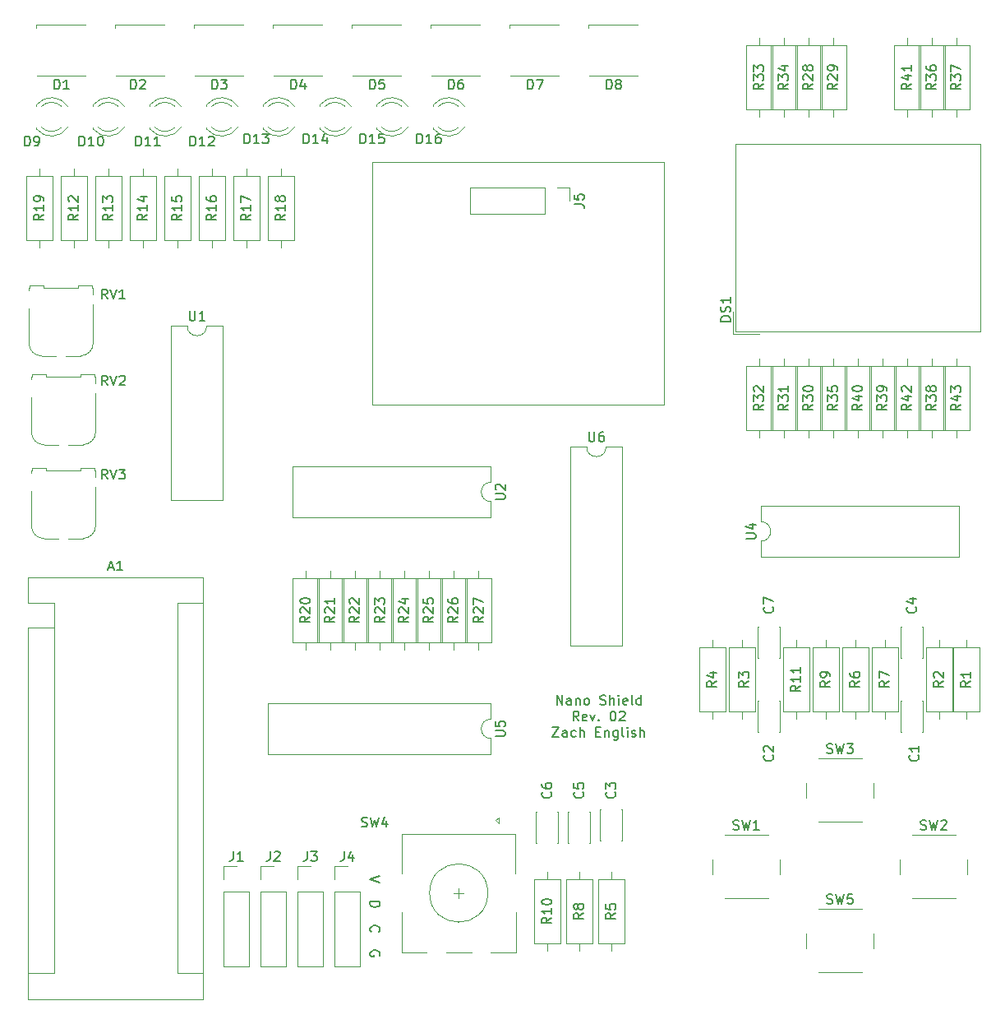
<source format=gbr>
G04 #@! TF.GenerationSoftware,KiCad,Pcbnew,(5.1.6)-1*
G04 #@! TF.CreationDate,2020-05-30T01:19:27-07:00*
G04 #@! TF.ProjectId,NanoDemo,4e616e6f-4465-46d6-9f2e-6b696361645f,rev?*
G04 #@! TF.SameCoordinates,Original*
G04 #@! TF.FileFunction,Legend,Top*
G04 #@! TF.FilePolarity,Positive*
%FSLAX46Y46*%
G04 Gerber Fmt 4.6, Leading zero omitted, Abs format (unit mm)*
G04 Created by KiCad (PCBNEW (5.1.6)-1) date 2020-05-30 01:19:27*
%MOMM*%
%LPD*%
G01*
G04 APERTURE LIST*
%ADD10C,0.150000*%
%ADD11C,0.120000*%
G04 APERTURE END LIST*
D10*
X103878000Y-166377904D02*
X103925619Y-166282666D01*
X103925619Y-166139809D01*
X103878000Y-165996952D01*
X103782761Y-165901714D01*
X103687523Y-165854095D01*
X103497047Y-165806476D01*
X103354190Y-165806476D01*
X103163714Y-165854095D01*
X103068476Y-165901714D01*
X102973238Y-165996952D01*
X102925619Y-166139809D01*
X102925619Y-166235047D01*
X102973238Y-166377904D01*
X103020857Y-166425523D01*
X103354190Y-166425523D01*
X103354190Y-166235047D01*
X103020857Y-163885523D02*
X102973238Y-163837904D01*
X102925619Y-163695047D01*
X102925619Y-163599809D01*
X102973238Y-163456952D01*
X103068476Y-163361714D01*
X103163714Y-163314095D01*
X103354190Y-163266476D01*
X103497047Y-163266476D01*
X103687523Y-163314095D01*
X103782761Y-163361714D01*
X103878000Y-163456952D01*
X103925619Y-163599809D01*
X103925619Y-163695047D01*
X103878000Y-163837904D01*
X103830380Y-163885523D01*
X102925619Y-160774095D02*
X103925619Y-160774095D01*
X103925619Y-161012190D01*
X103878000Y-161155047D01*
X103782761Y-161250285D01*
X103687523Y-161297904D01*
X103497047Y-161345523D01*
X103354190Y-161345523D01*
X103163714Y-161297904D01*
X103068476Y-161250285D01*
X102973238Y-161155047D01*
X102925619Y-161012190D01*
X102925619Y-160774095D01*
X103925619Y-158162666D02*
X102925619Y-158496000D01*
X103925619Y-158829333D01*
X122158666Y-140534380D02*
X122158666Y-139534380D01*
X122730095Y-140534380D01*
X122730095Y-139534380D01*
X123634857Y-140534380D02*
X123634857Y-140010571D01*
X123587238Y-139915333D01*
X123492000Y-139867714D01*
X123301523Y-139867714D01*
X123206285Y-139915333D01*
X123634857Y-140486761D02*
X123539619Y-140534380D01*
X123301523Y-140534380D01*
X123206285Y-140486761D01*
X123158666Y-140391523D01*
X123158666Y-140296285D01*
X123206285Y-140201047D01*
X123301523Y-140153428D01*
X123539619Y-140153428D01*
X123634857Y-140105809D01*
X124111047Y-139867714D02*
X124111047Y-140534380D01*
X124111047Y-139962952D02*
X124158666Y-139915333D01*
X124253904Y-139867714D01*
X124396761Y-139867714D01*
X124492000Y-139915333D01*
X124539619Y-140010571D01*
X124539619Y-140534380D01*
X125158666Y-140534380D02*
X125063428Y-140486761D01*
X125015809Y-140439142D01*
X124968190Y-140343904D01*
X124968190Y-140058190D01*
X125015809Y-139962952D01*
X125063428Y-139915333D01*
X125158666Y-139867714D01*
X125301523Y-139867714D01*
X125396761Y-139915333D01*
X125444380Y-139962952D01*
X125492000Y-140058190D01*
X125492000Y-140343904D01*
X125444380Y-140439142D01*
X125396761Y-140486761D01*
X125301523Y-140534380D01*
X125158666Y-140534380D01*
X126634857Y-140486761D02*
X126777714Y-140534380D01*
X127015809Y-140534380D01*
X127111047Y-140486761D01*
X127158666Y-140439142D01*
X127206285Y-140343904D01*
X127206285Y-140248666D01*
X127158666Y-140153428D01*
X127111047Y-140105809D01*
X127015809Y-140058190D01*
X126825333Y-140010571D01*
X126730095Y-139962952D01*
X126682476Y-139915333D01*
X126634857Y-139820095D01*
X126634857Y-139724857D01*
X126682476Y-139629619D01*
X126730095Y-139582000D01*
X126825333Y-139534380D01*
X127063428Y-139534380D01*
X127206285Y-139582000D01*
X127634857Y-140534380D02*
X127634857Y-139534380D01*
X128063428Y-140534380D02*
X128063428Y-140010571D01*
X128015809Y-139915333D01*
X127920571Y-139867714D01*
X127777714Y-139867714D01*
X127682476Y-139915333D01*
X127634857Y-139962952D01*
X128539619Y-140534380D02*
X128539619Y-139867714D01*
X128539619Y-139534380D02*
X128492000Y-139582000D01*
X128539619Y-139629619D01*
X128587238Y-139582000D01*
X128539619Y-139534380D01*
X128539619Y-139629619D01*
X129396761Y-140486761D02*
X129301523Y-140534380D01*
X129111047Y-140534380D01*
X129015809Y-140486761D01*
X128968190Y-140391523D01*
X128968190Y-140010571D01*
X129015809Y-139915333D01*
X129111047Y-139867714D01*
X129301523Y-139867714D01*
X129396761Y-139915333D01*
X129444380Y-140010571D01*
X129444380Y-140105809D01*
X128968190Y-140201047D01*
X130015809Y-140534380D02*
X129920571Y-140486761D01*
X129872952Y-140391523D01*
X129872952Y-139534380D01*
X130825333Y-140534380D02*
X130825333Y-139534380D01*
X130825333Y-140486761D02*
X130730095Y-140534380D01*
X130539619Y-140534380D01*
X130444380Y-140486761D01*
X130396761Y-140439142D01*
X130349142Y-140343904D01*
X130349142Y-140058190D01*
X130396761Y-139962952D01*
X130444380Y-139915333D01*
X130539619Y-139867714D01*
X130730095Y-139867714D01*
X130825333Y-139915333D01*
X124420571Y-142184380D02*
X124087238Y-141708190D01*
X123849142Y-142184380D02*
X123849142Y-141184380D01*
X124230095Y-141184380D01*
X124325333Y-141232000D01*
X124372952Y-141279619D01*
X124420571Y-141374857D01*
X124420571Y-141517714D01*
X124372952Y-141612952D01*
X124325333Y-141660571D01*
X124230095Y-141708190D01*
X123849142Y-141708190D01*
X125230095Y-142136761D02*
X125134857Y-142184380D01*
X124944380Y-142184380D01*
X124849142Y-142136761D01*
X124801523Y-142041523D01*
X124801523Y-141660571D01*
X124849142Y-141565333D01*
X124944380Y-141517714D01*
X125134857Y-141517714D01*
X125230095Y-141565333D01*
X125277714Y-141660571D01*
X125277714Y-141755809D01*
X124801523Y-141851047D01*
X125611047Y-141517714D02*
X125849142Y-142184380D01*
X126087238Y-141517714D01*
X126468190Y-142089142D02*
X126515809Y-142136761D01*
X126468190Y-142184380D01*
X126420571Y-142136761D01*
X126468190Y-142089142D01*
X126468190Y-142184380D01*
X127896761Y-141184380D02*
X127991999Y-141184380D01*
X128087238Y-141232000D01*
X128134857Y-141279619D01*
X128182476Y-141374857D01*
X128230095Y-141565333D01*
X128230095Y-141803428D01*
X128182476Y-141993904D01*
X128134857Y-142089142D01*
X128087238Y-142136761D01*
X127991999Y-142184380D01*
X127896761Y-142184380D01*
X127801523Y-142136761D01*
X127753904Y-142089142D01*
X127706285Y-141993904D01*
X127658666Y-141803428D01*
X127658666Y-141565333D01*
X127706285Y-141374857D01*
X127753904Y-141279619D01*
X127801523Y-141232000D01*
X127896761Y-141184380D01*
X128611047Y-141279619D02*
X128658666Y-141232000D01*
X128753904Y-141184380D01*
X128992000Y-141184380D01*
X129087238Y-141232000D01*
X129134857Y-141279619D01*
X129182476Y-141374857D01*
X129182476Y-141470095D01*
X129134857Y-141612952D01*
X128563428Y-142184380D01*
X129182476Y-142184380D01*
X121730095Y-142834380D02*
X122396761Y-142834380D01*
X121730095Y-143834380D01*
X122396761Y-143834380D01*
X123206285Y-143834380D02*
X123206285Y-143310571D01*
X123158666Y-143215333D01*
X123063428Y-143167714D01*
X122872952Y-143167714D01*
X122777714Y-143215333D01*
X123206285Y-143786761D02*
X123111047Y-143834380D01*
X122872952Y-143834380D01*
X122777714Y-143786761D01*
X122730095Y-143691523D01*
X122730095Y-143596285D01*
X122777714Y-143501047D01*
X122872952Y-143453428D01*
X123111047Y-143453428D01*
X123206285Y-143405809D01*
X124111047Y-143786761D02*
X124015809Y-143834380D01*
X123825333Y-143834380D01*
X123730095Y-143786761D01*
X123682476Y-143739142D01*
X123634857Y-143643904D01*
X123634857Y-143358190D01*
X123682476Y-143262952D01*
X123730095Y-143215333D01*
X123825333Y-143167714D01*
X124015809Y-143167714D01*
X124111047Y-143215333D01*
X124539619Y-143834380D02*
X124539619Y-142834380D01*
X124968190Y-143834380D02*
X124968190Y-143310571D01*
X124920571Y-143215333D01*
X124825333Y-143167714D01*
X124682476Y-143167714D01*
X124587238Y-143215333D01*
X124539619Y-143262952D01*
X126206285Y-143310571D02*
X126539619Y-143310571D01*
X126682476Y-143834380D02*
X126206285Y-143834380D01*
X126206285Y-142834380D01*
X126682476Y-142834380D01*
X127111047Y-143167714D02*
X127111047Y-143834380D01*
X127111047Y-143262952D02*
X127158666Y-143215333D01*
X127253904Y-143167714D01*
X127396761Y-143167714D01*
X127492000Y-143215333D01*
X127539619Y-143310571D01*
X127539619Y-143834380D01*
X128444380Y-143167714D02*
X128444380Y-143977238D01*
X128396761Y-144072476D01*
X128349142Y-144120095D01*
X128253904Y-144167714D01*
X128111047Y-144167714D01*
X128015809Y-144120095D01*
X128444380Y-143786761D02*
X128349142Y-143834380D01*
X128158666Y-143834380D01*
X128063428Y-143786761D01*
X128015809Y-143739142D01*
X127968190Y-143643904D01*
X127968190Y-143358190D01*
X128015809Y-143262952D01*
X128063428Y-143215333D01*
X128158666Y-143167714D01*
X128349142Y-143167714D01*
X128444380Y-143215333D01*
X129063428Y-143834380D02*
X128968190Y-143786761D01*
X128920571Y-143691523D01*
X128920571Y-142834380D01*
X129444380Y-143834380D02*
X129444380Y-143167714D01*
X129444380Y-142834380D02*
X129396761Y-142882000D01*
X129444380Y-142929619D01*
X129492000Y-142882000D01*
X129444380Y-142834380D01*
X129444380Y-142929619D01*
X129872952Y-143786761D02*
X129968190Y-143834380D01*
X130158666Y-143834380D01*
X130253904Y-143786761D01*
X130301523Y-143691523D01*
X130301523Y-143643904D01*
X130253904Y-143548666D01*
X130158666Y-143501047D01*
X130015809Y-143501047D01*
X129920571Y-143453428D01*
X129872952Y-143358190D01*
X129872952Y-143310571D01*
X129920571Y-143215333D01*
X130015809Y-143167714D01*
X130158666Y-143167714D01*
X130253904Y-143215333D01*
X130730095Y-143834380D02*
X130730095Y-142834380D01*
X131158666Y-143834380D02*
X131158666Y-143310571D01*
X131111047Y-143215333D01*
X131015809Y-143167714D01*
X130872952Y-143167714D01*
X130777714Y-143215333D01*
X130730095Y-143262952D01*
D11*
G04 #@! TO.C,J5*
X113224000Y-87316000D02*
X113224000Y-89976000D01*
X120904000Y-87316000D02*
X113224000Y-87316000D01*
X120904000Y-89976000D02*
X113224000Y-89976000D01*
X120904000Y-87316000D02*
X120904000Y-89976000D01*
X122174000Y-87316000D02*
X123504000Y-87316000D01*
X123504000Y-87316000D02*
X123504000Y-88646000D01*
X133174000Y-84646000D02*
X103174000Y-84646000D01*
X103174000Y-84646000D02*
X103174000Y-109646000D01*
X103174000Y-109646000D02*
X133174000Y-109646000D01*
X133174000Y-109646000D02*
X133174000Y-84646000D01*
G04 #@! TO.C,U6*
X127238000Y-113986000D02*
G75*
G02*
X125238000Y-113986000I-1000000J0D01*
G01*
X125238000Y-113986000D02*
X123588000Y-113986000D01*
X123588000Y-113986000D02*
X123588000Y-134426000D01*
X123588000Y-134426000D02*
X128888000Y-134426000D01*
X128888000Y-134426000D02*
X128888000Y-113986000D01*
X128888000Y-113986000D02*
X127238000Y-113986000D01*
G04 #@! TO.C,U5*
X115376000Y-144002000D02*
G75*
G02*
X115376000Y-142002000I0J1000000D01*
G01*
X115376000Y-142002000D02*
X115376000Y-140352000D01*
X115376000Y-140352000D02*
X92396000Y-140352000D01*
X92396000Y-140352000D02*
X92396000Y-145652000D01*
X92396000Y-145652000D02*
X115376000Y-145652000D01*
X115376000Y-145652000D02*
X115376000Y-144002000D01*
G04 #@! TO.C,U4*
X143196000Y-121682000D02*
G75*
G02*
X143196000Y-123682000I0J-1000000D01*
G01*
X143196000Y-123682000D02*
X143196000Y-125332000D01*
X143196000Y-125332000D02*
X163636000Y-125332000D01*
X163636000Y-125332000D02*
X163636000Y-120032000D01*
X163636000Y-120032000D02*
X143196000Y-120032000D01*
X143196000Y-120032000D02*
X143196000Y-121682000D01*
G04 #@! TO.C,U2*
X115376000Y-119618000D02*
G75*
G02*
X115376000Y-117618000I0J1000000D01*
G01*
X115376000Y-117618000D02*
X115376000Y-115968000D01*
X115376000Y-115968000D02*
X94936000Y-115968000D01*
X94936000Y-115968000D02*
X94936000Y-121268000D01*
X94936000Y-121268000D02*
X115376000Y-121268000D01*
X115376000Y-121268000D02*
X115376000Y-119618000D01*
G04 #@! TO.C,U1*
X86090000Y-101540000D02*
G75*
G02*
X84090000Y-101540000I-1000000J0D01*
G01*
X84090000Y-101540000D02*
X82440000Y-101540000D01*
X82440000Y-101540000D02*
X82440000Y-119440000D01*
X82440000Y-119440000D02*
X87740000Y-119440000D01*
X87740000Y-119440000D02*
X87740000Y-101540000D01*
X87740000Y-101540000D02*
X86090000Y-101540000D01*
G04 #@! TO.C,SW5*
X149082000Y-168060000D02*
X153582000Y-168060000D01*
X147832000Y-164060000D02*
X147832000Y-165560000D01*
X153582000Y-161560000D02*
X149082000Y-161560000D01*
X154832000Y-165560000D02*
X154832000Y-164060000D01*
G04 #@! TO.C,SW4*
X112054000Y-159400000D02*
X112054000Y-160400000D01*
X112554000Y-159900000D02*
X111554000Y-159900000D01*
X108754000Y-166000000D02*
X106154000Y-166000000D01*
X113354000Y-166000000D02*
X110754000Y-166000000D01*
X117954000Y-166000000D02*
X115354000Y-166000000D01*
X116154000Y-152700000D02*
X115854000Y-152400000D01*
X116154000Y-152100000D02*
X116154000Y-152700000D01*
X115854000Y-152400000D02*
X116154000Y-152100000D01*
X117854000Y-153800000D02*
X106154000Y-153800000D01*
X117854000Y-157900000D02*
X117854000Y-153800000D01*
X106154000Y-157900000D02*
X106154000Y-153800000D01*
X106154000Y-166000000D02*
X106154000Y-161900000D01*
X117954000Y-161900000D02*
X117954000Y-166000000D01*
X115054000Y-159900000D02*
G75*
G03*
X115054000Y-159900000I-3000000J0D01*
G01*
G04 #@! TO.C,SW3*
X149082000Y-152566000D02*
X153582000Y-152566000D01*
X147832000Y-148566000D02*
X147832000Y-150066000D01*
X153582000Y-146066000D02*
X149082000Y-146066000D01*
X154832000Y-150066000D02*
X154832000Y-148566000D01*
G04 #@! TO.C,SW2*
X158734000Y-160440000D02*
X163234000Y-160440000D01*
X157484000Y-156440000D02*
X157484000Y-157940000D01*
X163234000Y-153940000D02*
X158734000Y-153940000D01*
X164484000Y-157940000D02*
X164484000Y-156440000D01*
G04 #@! TO.C,SW1*
X139430000Y-160440000D02*
X143930000Y-160440000D01*
X138180000Y-156440000D02*
X138180000Y-157940000D01*
X143930000Y-153940000D02*
X139430000Y-153940000D01*
X145180000Y-157940000D02*
X145180000Y-156440000D01*
G04 #@! TO.C,RV3*
X69334000Y-123412000D02*
G75*
G02*
X68024000Y-122102000I0J1310000D01*
G01*
X74644000Y-122102000D02*
G75*
G02*
X73334000Y-123412000I-1310000J0D01*
G01*
X74644000Y-116392000D02*
X74644000Y-117082000D01*
X74544000Y-116392000D02*
X74644000Y-116392000D01*
X68024000Y-116392000D02*
X68024000Y-116642000D01*
X68124000Y-116392000D02*
X68024000Y-116392000D01*
X68124000Y-116192000D02*
X68124000Y-116392000D01*
X69544000Y-116392000D02*
X69544000Y-116192000D01*
X73334000Y-123412000D02*
X71844000Y-123412000D01*
X74644000Y-118122000D02*
X74644000Y-122102000D01*
X68024000Y-122102000D02*
X68024000Y-118562000D01*
X70824000Y-123412000D02*
X69334000Y-123412000D01*
X74544000Y-116192000D02*
X74544000Y-116392000D01*
X73124000Y-116192000D02*
X74544000Y-116192000D01*
X73124000Y-116392000D02*
X73124000Y-116192000D01*
X69544000Y-116392000D02*
X73124000Y-116392000D01*
X68124000Y-116192000D02*
X69544000Y-116192000D01*
G04 #@! TO.C,RV2*
X69334000Y-113760000D02*
G75*
G02*
X68024000Y-112450000I0J1310000D01*
G01*
X74644000Y-112450000D02*
G75*
G02*
X73334000Y-113760000I-1310000J0D01*
G01*
X74644000Y-106740000D02*
X74644000Y-107430000D01*
X74544000Y-106740000D02*
X74644000Y-106740000D01*
X68024000Y-106740000D02*
X68024000Y-106990000D01*
X68124000Y-106740000D02*
X68024000Y-106740000D01*
X68124000Y-106540000D02*
X68124000Y-106740000D01*
X69544000Y-106740000D02*
X69544000Y-106540000D01*
X73334000Y-113760000D02*
X71844000Y-113760000D01*
X74644000Y-108470000D02*
X74644000Y-112450000D01*
X68024000Y-112450000D02*
X68024000Y-108910000D01*
X70824000Y-113760000D02*
X69334000Y-113760000D01*
X74544000Y-106540000D02*
X74544000Y-106740000D01*
X73124000Y-106540000D02*
X74544000Y-106540000D01*
X73124000Y-106740000D02*
X73124000Y-106540000D01*
X69544000Y-106740000D02*
X73124000Y-106740000D01*
X68124000Y-106540000D02*
X69544000Y-106540000D01*
G04 #@! TO.C,RV1*
X69080000Y-104616000D02*
G75*
G02*
X67770000Y-103306000I0J1310000D01*
G01*
X74390000Y-103306000D02*
G75*
G02*
X73080000Y-104616000I-1310000J0D01*
G01*
X74390000Y-97596000D02*
X74390000Y-98286000D01*
X74290000Y-97596000D02*
X74390000Y-97596000D01*
X67770000Y-97596000D02*
X67770000Y-97846000D01*
X67870000Y-97596000D02*
X67770000Y-97596000D01*
X67870000Y-97396000D02*
X67870000Y-97596000D01*
X69290000Y-97596000D02*
X69290000Y-97396000D01*
X73080000Y-104616000D02*
X71590000Y-104616000D01*
X74390000Y-99326000D02*
X74390000Y-103306000D01*
X67770000Y-103306000D02*
X67770000Y-99766000D01*
X70570000Y-104616000D02*
X69080000Y-104616000D01*
X74290000Y-97396000D02*
X74290000Y-97596000D01*
X72870000Y-97396000D02*
X74290000Y-97396000D01*
X72870000Y-97596000D02*
X72870000Y-97396000D01*
X69290000Y-97596000D02*
X72870000Y-97596000D01*
X67870000Y-97396000D02*
X69290000Y-97396000D01*
G04 #@! TO.C,R43*
X164692000Y-105696000D02*
X161952000Y-105696000D01*
X161952000Y-105696000D02*
X161952000Y-112236000D01*
X161952000Y-112236000D02*
X164692000Y-112236000D01*
X164692000Y-112236000D02*
X164692000Y-105696000D01*
X163322000Y-104926000D02*
X163322000Y-105696000D01*
X163322000Y-113006000D02*
X163322000Y-112236000D01*
G04 #@! TO.C,R42*
X159612000Y-105696000D02*
X156872000Y-105696000D01*
X156872000Y-105696000D02*
X156872000Y-112236000D01*
X156872000Y-112236000D02*
X159612000Y-112236000D01*
X159612000Y-112236000D02*
X159612000Y-105696000D01*
X158242000Y-104926000D02*
X158242000Y-105696000D01*
X158242000Y-113006000D02*
X158242000Y-112236000D01*
G04 #@! TO.C,R41*
X156872000Y-79216000D02*
X159612000Y-79216000D01*
X159612000Y-79216000D02*
X159612000Y-72676000D01*
X159612000Y-72676000D02*
X156872000Y-72676000D01*
X156872000Y-72676000D02*
X156872000Y-79216000D01*
X158242000Y-79986000D02*
X158242000Y-79216000D01*
X158242000Y-71906000D02*
X158242000Y-72676000D01*
G04 #@! TO.C,R40*
X154532000Y-105696000D02*
X151792000Y-105696000D01*
X151792000Y-105696000D02*
X151792000Y-112236000D01*
X151792000Y-112236000D02*
X154532000Y-112236000D01*
X154532000Y-112236000D02*
X154532000Y-105696000D01*
X153162000Y-104926000D02*
X153162000Y-105696000D01*
X153162000Y-113006000D02*
X153162000Y-112236000D01*
G04 #@! TO.C,R39*
X157072000Y-105696000D02*
X154332000Y-105696000D01*
X154332000Y-105696000D02*
X154332000Y-112236000D01*
X154332000Y-112236000D02*
X157072000Y-112236000D01*
X157072000Y-112236000D02*
X157072000Y-105696000D01*
X155702000Y-104926000D02*
X155702000Y-105696000D01*
X155702000Y-113006000D02*
X155702000Y-112236000D01*
G04 #@! TO.C,R38*
X162152000Y-105696000D02*
X159412000Y-105696000D01*
X159412000Y-105696000D02*
X159412000Y-112236000D01*
X159412000Y-112236000D02*
X162152000Y-112236000D01*
X162152000Y-112236000D02*
X162152000Y-105696000D01*
X160782000Y-104926000D02*
X160782000Y-105696000D01*
X160782000Y-113006000D02*
X160782000Y-112236000D01*
G04 #@! TO.C,R37*
X161952000Y-79216000D02*
X164692000Y-79216000D01*
X164692000Y-79216000D02*
X164692000Y-72676000D01*
X164692000Y-72676000D02*
X161952000Y-72676000D01*
X161952000Y-72676000D02*
X161952000Y-79216000D01*
X163322000Y-79986000D02*
X163322000Y-79216000D01*
X163322000Y-71906000D02*
X163322000Y-72676000D01*
G04 #@! TO.C,R36*
X159412000Y-79216000D02*
X162152000Y-79216000D01*
X162152000Y-79216000D02*
X162152000Y-72676000D01*
X162152000Y-72676000D02*
X159412000Y-72676000D01*
X159412000Y-72676000D02*
X159412000Y-79216000D01*
X160782000Y-79986000D02*
X160782000Y-79216000D01*
X160782000Y-71906000D02*
X160782000Y-72676000D01*
G04 #@! TO.C,R35*
X151992000Y-105696000D02*
X149252000Y-105696000D01*
X149252000Y-105696000D02*
X149252000Y-112236000D01*
X149252000Y-112236000D02*
X151992000Y-112236000D01*
X151992000Y-112236000D02*
X151992000Y-105696000D01*
X150622000Y-104926000D02*
X150622000Y-105696000D01*
X150622000Y-113006000D02*
X150622000Y-112236000D01*
G04 #@! TO.C,R34*
X144172000Y-79216000D02*
X146912000Y-79216000D01*
X146912000Y-79216000D02*
X146912000Y-72676000D01*
X146912000Y-72676000D02*
X144172000Y-72676000D01*
X144172000Y-72676000D02*
X144172000Y-79216000D01*
X145542000Y-79986000D02*
X145542000Y-79216000D01*
X145542000Y-71906000D02*
X145542000Y-72676000D01*
G04 #@! TO.C,R33*
X141632000Y-79216000D02*
X144372000Y-79216000D01*
X144372000Y-79216000D02*
X144372000Y-72676000D01*
X144372000Y-72676000D02*
X141632000Y-72676000D01*
X141632000Y-72676000D02*
X141632000Y-79216000D01*
X143002000Y-79986000D02*
X143002000Y-79216000D01*
X143002000Y-71906000D02*
X143002000Y-72676000D01*
G04 #@! TO.C,R32*
X144372000Y-105696000D02*
X141632000Y-105696000D01*
X141632000Y-105696000D02*
X141632000Y-112236000D01*
X141632000Y-112236000D02*
X144372000Y-112236000D01*
X144372000Y-112236000D02*
X144372000Y-105696000D01*
X143002000Y-104926000D02*
X143002000Y-105696000D01*
X143002000Y-113006000D02*
X143002000Y-112236000D01*
G04 #@! TO.C,R31*
X146912000Y-105696000D02*
X144172000Y-105696000D01*
X144172000Y-105696000D02*
X144172000Y-112236000D01*
X144172000Y-112236000D02*
X146912000Y-112236000D01*
X146912000Y-112236000D02*
X146912000Y-105696000D01*
X145542000Y-104926000D02*
X145542000Y-105696000D01*
X145542000Y-113006000D02*
X145542000Y-112236000D01*
G04 #@! TO.C,R30*
X149452000Y-105696000D02*
X146712000Y-105696000D01*
X146712000Y-105696000D02*
X146712000Y-112236000D01*
X146712000Y-112236000D02*
X149452000Y-112236000D01*
X149452000Y-112236000D02*
X149452000Y-105696000D01*
X148082000Y-104926000D02*
X148082000Y-105696000D01*
X148082000Y-113006000D02*
X148082000Y-112236000D01*
G04 #@! TO.C,R29*
X149252000Y-79216000D02*
X151992000Y-79216000D01*
X151992000Y-79216000D02*
X151992000Y-72676000D01*
X151992000Y-72676000D02*
X149252000Y-72676000D01*
X149252000Y-72676000D02*
X149252000Y-79216000D01*
X150622000Y-79986000D02*
X150622000Y-79216000D01*
X150622000Y-71906000D02*
X150622000Y-72676000D01*
G04 #@! TO.C,R28*
X146712000Y-79216000D02*
X149452000Y-79216000D01*
X149452000Y-79216000D02*
X149452000Y-72676000D01*
X149452000Y-72676000D02*
X146712000Y-72676000D01*
X146712000Y-72676000D02*
X146712000Y-79216000D01*
X148082000Y-79986000D02*
X148082000Y-79216000D01*
X148082000Y-71906000D02*
X148082000Y-72676000D01*
G04 #@! TO.C,R27*
X115416000Y-127540000D02*
X112676000Y-127540000D01*
X112676000Y-127540000D02*
X112676000Y-134080000D01*
X112676000Y-134080000D02*
X115416000Y-134080000D01*
X115416000Y-134080000D02*
X115416000Y-127540000D01*
X114046000Y-126770000D02*
X114046000Y-127540000D01*
X114046000Y-134850000D02*
X114046000Y-134080000D01*
G04 #@! TO.C,R26*
X112876000Y-127540000D02*
X110136000Y-127540000D01*
X110136000Y-127540000D02*
X110136000Y-134080000D01*
X110136000Y-134080000D02*
X112876000Y-134080000D01*
X112876000Y-134080000D02*
X112876000Y-127540000D01*
X111506000Y-126770000D02*
X111506000Y-127540000D01*
X111506000Y-134850000D02*
X111506000Y-134080000D01*
G04 #@! TO.C,R25*
X110336000Y-127540000D02*
X107596000Y-127540000D01*
X107596000Y-127540000D02*
X107596000Y-134080000D01*
X107596000Y-134080000D02*
X110336000Y-134080000D01*
X110336000Y-134080000D02*
X110336000Y-127540000D01*
X108966000Y-126770000D02*
X108966000Y-127540000D01*
X108966000Y-134850000D02*
X108966000Y-134080000D01*
G04 #@! TO.C,R24*
X107796000Y-127540000D02*
X105056000Y-127540000D01*
X105056000Y-127540000D02*
X105056000Y-134080000D01*
X105056000Y-134080000D02*
X107796000Y-134080000D01*
X107796000Y-134080000D02*
X107796000Y-127540000D01*
X106426000Y-126770000D02*
X106426000Y-127540000D01*
X106426000Y-134850000D02*
X106426000Y-134080000D01*
G04 #@! TO.C,R23*
X105256000Y-127540000D02*
X102516000Y-127540000D01*
X102516000Y-127540000D02*
X102516000Y-134080000D01*
X102516000Y-134080000D02*
X105256000Y-134080000D01*
X105256000Y-134080000D02*
X105256000Y-127540000D01*
X103886000Y-126770000D02*
X103886000Y-127540000D01*
X103886000Y-134850000D02*
X103886000Y-134080000D01*
G04 #@! TO.C,R22*
X102716000Y-127540000D02*
X99976000Y-127540000D01*
X99976000Y-127540000D02*
X99976000Y-134080000D01*
X99976000Y-134080000D02*
X102716000Y-134080000D01*
X102716000Y-134080000D02*
X102716000Y-127540000D01*
X101346000Y-126770000D02*
X101346000Y-127540000D01*
X101346000Y-134850000D02*
X101346000Y-134080000D01*
G04 #@! TO.C,R21*
X100176000Y-127540000D02*
X97436000Y-127540000D01*
X97436000Y-127540000D02*
X97436000Y-134080000D01*
X97436000Y-134080000D02*
X100176000Y-134080000D01*
X100176000Y-134080000D02*
X100176000Y-127540000D01*
X98806000Y-126770000D02*
X98806000Y-127540000D01*
X98806000Y-134850000D02*
X98806000Y-134080000D01*
G04 #@! TO.C,R20*
X97636000Y-127540000D02*
X94896000Y-127540000D01*
X94896000Y-127540000D02*
X94896000Y-134080000D01*
X94896000Y-134080000D02*
X97636000Y-134080000D01*
X97636000Y-134080000D02*
X97636000Y-127540000D01*
X96266000Y-126770000D02*
X96266000Y-127540000D01*
X96266000Y-134850000D02*
X96266000Y-134080000D01*
G04 #@! TO.C,R19*
X67464000Y-92678000D02*
X70204000Y-92678000D01*
X70204000Y-92678000D02*
X70204000Y-86138000D01*
X70204000Y-86138000D02*
X67464000Y-86138000D01*
X67464000Y-86138000D02*
X67464000Y-92678000D01*
X68834000Y-93448000D02*
X68834000Y-92678000D01*
X68834000Y-85368000D02*
X68834000Y-86138000D01*
G04 #@! TO.C,R18*
X92356000Y-92678000D02*
X95096000Y-92678000D01*
X95096000Y-92678000D02*
X95096000Y-86138000D01*
X95096000Y-86138000D02*
X92356000Y-86138000D01*
X92356000Y-86138000D02*
X92356000Y-92678000D01*
X93726000Y-93448000D02*
X93726000Y-92678000D01*
X93726000Y-85368000D02*
X93726000Y-86138000D01*
G04 #@! TO.C,R17*
X88800000Y-92678000D02*
X91540000Y-92678000D01*
X91540000Y-92678000D02*
X91540000Y-86138000D01*
X91540000Y-86138000D02*
X88800000Y-86138000D01*
X88800000Y-86138000D02*
X88800000Y-92678000D01*
X90170000Y-93448000D02*
X90170000Y-92678000D01*
X90170000Y-85368000D02*
X90170000Y-86138000D01*
G04 #@! TO.C,R16*
X85244000Y-92678000D02*
X87984000Y-92678000D01*
X87984000Y-92678000D02*
X87984000Y-86138000D01*
X87984000Y-86138000D02*
X85244000Y-86138000D01*
X85244000Y-86138000D02*
X85244000Y-92678000D01*
X86614000Y-93448000D02*
X86614000Y-92678000D01*
X86614000Y-85368000D02*
X86614000Y-86138000D01*
G04 #@! TO.C,R15*
X81688000Y-92678000D02*
X84428000Y-92678000D01*
X84428000Y-92678000D02*
X84428000Y-86138000D01*
X84428000Y-86138000D02*
X81688000Y-86138000D01*
X81688000Y-86138000D02*
X81688000Y-92678000D01*
X83058000Y-93448000D02*
X83058000Y-92678000D01*
X83058000Y-85368000D02*
X83058000Y-86138000D01*
G04 #@! TO.C,R14*
X78132000Y-92678000D02*
X80872000Y-92678000D01*
X80872000Y-92678000D02*
X80872000Y-86138000D01*
X80872000Y-86138000D02*
X78132000Y-86138000D01*
X78132000Y-86138000D02*
X78132000Y-92678000D01*
X79502000Y-93448000D02*
X79502000Y-92678000D01*
X79502000Y-85368000D02*
X79502000Y-86138000D01*
G04 #@! TO.C,R13*
X74576000Y-92678000D02*
X77316000Y-92678000D01*
X77316000Y-92678000D02*
X77316000Y-86138000D01*
X77316000Y-86138000D02*
X74576000Y-86138000D01*
X74576000Y-86138000D02*
X74576000Y-92678000D01*
X75946000Y-93448000D02*
X75946000Y-92678000D01*
X75946000Y-85368000D02*
X75946000Y-86138000D01*
G04 #@! TO.C,R12*
X71020000Y-92678000D02*
X73760000Y-92678000D01*
X73760000Y-92678000D02*
X73760000Y-86138000D01*
X73760000Y-86138000D02*
X71020000Y-86138000D01*
X71020000Y-86138000D02*
X71020000Y-92678000D01*
X72390000Y-93448000D02*
X72390000Y-92678000D01*
X72390000Y-85368000D02*
X72390000Y-86138000D01*
G04 #@! TO.C,R11*
X145442000Y-141192000D02*
X148182000Y-141192000D01*
X148182000Y-141192000D02*
X148182000Y-134652000D01*
X148182000Y-134652000D02*
X145442000Y-134652000D01*
X145442000Y-134652000D02*
X145442000Y-141192000D01*
X146812000Y-141962000D02*
X146812000Y-141192000D01*
X146812000Y-133882000D02*
X146812000Y-134652000D01*
G04 #@! TO.C,R10*
X119788000Y-165068000D02*
X122528000Y-165068000D01*
X122528000Y-165068000D02*
X122528000Y-158528000D01*
X122528000Y-158528000D02*
X119788000Y-158528000D01*
X119788000Y-158528000D02*
X119788000Y-165068000D01*
X121158000Y-165838000D02*
X121158000Y-165068000D01*
X121158000Y-157758000D02*
X121158000Y-158528000D01*
G04 #@! TO.C,R9*
X151230000Y-134652000D02*
X148490000Y-134652000D01*
X148490000Y-134652000D02*
X148490000Y-141192000D01*
X148490000Y-141192000D02*
X151230000Y-141192000D01*
X151230000Y-141192000D02*
X151230000Y-134652000D01*
X149860000Y-133882000D02*
X149860000Y-134652000D01*
X149860000Y-141962000D02*
X149860000Y-141192000D01*
G04 #@! TO.C,R8*
X123090000Y-165068000D02*
X125830000Y-165068000D01*
X125830000Y-165068000D02*
X125830000Y-158528000D01*
X125830000Y-158528000D02*
X123090000Y-158528000D01*
X123090000Y-158528000D02*
X123090000Y-165068000D01*
X124460000Y-165838000D02*
X124460000Y-165068000D01*
X124460000Y-157758000D02*
X124460000Y-158528000D01*
G04 #@! TO.C,R7*
X154586000Y-141192000D02*
X157326000Y-141192000D01*
X157326000Y-141192000D02*
X157326000Y-134652000D01*
X157326000Y-134652000D02*
X154586000Y-134652000D01*
X154586000Y-134652000D02*
X154586000Y-141192000D01*
X155956000Y-141962000D02*
X155956000Y-141192000D01*
X155956000Y-133882000D02*
X155956000Y-134652000D01*
G04 #@! TO.C,R6*
X154278000Y-134652000D02*
X151538000Y-134652000D01*
X151538000Y-134652000D02*
X151538000Y-141192000D01*
X151538000Y-141192000D02*
X154278000Y-141192000D01*
X154278000Y-141192000D02*
X154278000Y-134652000D01*
X152908000Y-133882000D02*
X152908000Y-134652000D01*
X152908000Y-141962000D02*
X152908000Y-141192000D01*
G04 #@! TO.C,R5*
X126392000Y-165068000D02*
X129132000Y-165068000D01*
X129132000Y-165068000D02*
X129132000Y-158528000D01*
X129132000Y-158528000D02*
X126392000Y-158528000D01*
X126392000Y-158528000D02*
X126392000Y-165068000D01*
X127762000Y-165838000D02*
X127762000Y-165068000D01*
X127762000Y-157758000D02*
X127762000Y-158528000D01*
G04 #@! TO.C,R4*
X136806000Y-141192000D02*
X139546000Y-141192000D01*
X139546000Y-141192000D02*
X139546000Y-134652000D01*
X139546000Y-134652000D02*
X136806000Y-134652000D01*
X136806000Y-134652000D02*
X136806000Y-141192000D01*
X138176000Y-141962000D02*
X138176000Y-141192000D01*
X138176000Y-133882000D02*
X138176000Y-134652000D01*
G04 #@! TO.C,R3*
X142594000Y-134652000D02*
X139854000Y-134652000D01*
X139854000Y-134652000D02*
X139854000Y-141192000D01*
X139854000Y-141192000D02*
X142594000Y-141192000D01*
X142594000Y-141192000D02*
X142594000Y-134652000D01*
X141224000Y-133882000D02*
X141224000Y-134652000D01*
X141224000Y-141962000D02*
X141224000Y-141192000D01*
G04 #@! TO.C,R2*
X160174000Y-141192000D02*
X162914000Y-141192000D01*
X162914000Y-141192000D02*
X162914000Y-134652000D01*
X162914000Y-134652000D02*
X160174000Y-134652000D01*
X160174000Y-134652000D02*
X160174000Y-141192000D01*
X161544000Y-141962000D02*
X161544000Y-141192000D01*
X161544000Y-133882000D02*
X161544000Y-134652000D01*
G04 #@! TO.C,R1*
X165708000Y-134652000D02*
X162968000Y-134652000D01*
X162968000Y-134652000D02*
X162968000Y-141192000D01*
X162968000Y-141192000D02*
X165708000Y-141192000D01*
X165708000Y-141192000D02*
X165708000Y-134652000D01*
X164338000Y-133882000D02*
X164338000Y-134652000D01*
X164338000Y-141962000D02*
X164338000Y-141192000D01*
G04 #@! TO.C,J4*
X99254000Y-167446000D02*
X101914000Y-167446000D01*
X99254000Y-159766000D02*
X99254000Y-167446000D01*
X101914000Y-159766000D02*
X101914000Y-167446000D01*
X99254000Y-159766000D02*
X101914000Y-159766000D01*
X99254000Y-158496000D02*
X99254000Y-157166000D01*
X99254000Y-157166000D02*
X100584000Y-157166000D01*
G04 #@! TO.C,J3*
X95444000Y-167446000D02*
X98104000Y-167446000D01*
X95444000Y-159766000D02*
X95444000Y-167446000D01*
X98104000Y-159766000D02*
X98104000Y-167446000D01*
X95444000Y-159766000D02*
X98104000Y-159766000D01*
X95444000Y-158496000D02*
X95444000Y-157166000D01*
X95444000Y-157166000D02*
X96774000Y-157166000D01*
G04 #@! TO.C,J2*
X91634000Y-167446000D02*
X94294000Y-167446000D01*
X91634000Y-159766000D02*
X91634000Y-167446000D01*
X94294000Y-159766000D02*
X94294000Y-167446000D01*
X91634000Y-159766000D02*
X94294000Y-159766000D01*
X91634000Y-158496000D02*
X91634000Y-157166000D01*
X91634000Y-157166000D02*
X92964000Y-157166000D01*
G04 #@! TO.C,J1*
X87824000Y-167446000D02*
X90484000Y-167446000D01*
X87824000Y-159766000D02*
X87824000Y-167446000D01*
X90484000Y-159766000D02*
X90484000Y-167446000D01*
X87824000Y-159766000D02*
X90484000Y-159766000D01*
X87824000Y-158496000D02*
X87824000Y-157166000D01*
X87824000Y-157166000D02*
X89154000Y-157166000D01*
G04 #@! TO.C,DS1*
X140292000Y-102356000D02*
X140292000Y-100076000D01*
X140292000Y-102356000D02*
X143002000Y-102356000D01*
X140542000Y-102101000D02*
X140542000Y-82811000D01*
X140542000Y-82811000D02*
X165792000Y-82811000D01*
X165792000Y-82811000D02*
X165792000Y-102101000D01*
X165792000Y-102101000D02*
X140542000Y-102101000D01*
G04 #@! TO.C,D16*
X112039130Y-81089837D02*
G75*
G02*
X109957039Y-81090000I-1041130J1079837D01*
G01*
X112039130Y-78930163D02*
G75*
G03*
X109957039Y-78930000I-1041130J-1079837D01*
G01*
X112670335Y-81088608D02*
G75*
G02*
X109438000Y-81245516I-1672335J1078608D01*
G01*
X112670335Y-78931392D02*
G75*
G03*
X109438000Y-78774484I-1672335J-1078608D01*
G01*
X109438000Y-78774000D02*
X109438000Y-78930000D01*
X109438000Y-81090000D02*
X109438000Y-81246000D01*
G04 #@! TO.C,D15*
X106197130Y-81089837D02*
G75*
G02*
X104115039Y-81090000I-1041130J1079837D01*
G01*
X106197130Y-78930163D02*
G75*
G03*
X104115039Y-78930000I-1041130J-1079837D01*
G01*
X106828335Y-81088608D02*
G75*
G02*
X103596000Y-81245516I-1672335J1078608D01*
G01*
X106828335Y-78931392D02*
G75*
G03*
X103596000Y-78774484I-1672335J-1078608D01*
G01*
X103596000Y-78774000D02*
X103596000Y-78930000D01*
X103596000Y-81090000D02*
X103596000Y-81246000D01*
G04 #@! TO.C,D14*
X100355130Y-81089837D02*
G75*
G02*
X98273039Y-81090000I-1041130J1079837D01*
G01*
X100355130Y-78930163D02*
G75*
G03*
X98273039Y-78930000I-1041130J-1079837D01*
G01*
X100986335Y-81088608D02*
G75*
G02*
X97754000Y-81245516I-1672335J1078608D01*
G01*
X100986335Y-78931392D02*
G75*
G03*
X97754000Y-78774484I-1672335J-1078608D01*
G01*
X97754000Y-78774000D02*
X97754000Y-78930000D01*
X97754000Y-81090000D02*
X97754000Y-81246000D01*
G04 #@! TO.C,D13*
X94513130Y-81089837D02*
G75*
G02*
X92431039Y-81090000I-1041130J1079837D01*
G01*
X94513130Y-78930163D02*
G75*
G03*
X92431039Y-78930000I-1041130J-1079837D01*
G01*
X95144335Y-81088608D02*
G75*
G02*
X91912000Y-81245516I-1672335J1078608D01*
G01*
X95144335Y-78931392D02*
G75*
G03*
X91912000Y-78774484I-1672335J-1078608D01*
G01*
X91912000Y-78774000D02*
X91912000Y-78930000D01*
X91912000Y-81090000D02*
X91912000Y-81246000D01*
G04 #@! TO.C,D12*
X88671130Y-81089837D02*
G75*
G02*
X86589039Y-81090000I-1041130J1079837D01*
G01*
X88671130Y-78930163D02*
G75*
G03*
X86589039Y-78930000I-1041130J-1079837D01*
G01*
X89302335Y-81088608D02*
G75*
G02*
X86070000Y-81245516I-1672335J1078608D01*
G01*
X89302335Y-78931392D02*
G75*
G03*
X86070000Y-78774484I-1672335J-1078608D01*
G01*
X86070000Y-78774000D02*
X86070000Y-78930000D01*
X86070000Y-81090000D02*
X86070000Y-81246000D01*
G04 #@! TO.C,D11*
X82829130Y-81089837D02*
G75*
G02*
X80747039Y-81090000I-1041130J1079837D01*
G01*
X82829130Y-78930163D02*
G75*
G03*
X80747039Y-78930000I-1041130J-1079837D01*
G01*
X83460335Y-81088608D02*
G75*
G02*
X80228000Y-81245516I-1672335J1078608D01*
G01*
X83460335Y-78931392D02*
G75*
G03*
X80228000Y-78774484I-1672335J-1078608D01*
G01*
X80228000Y-78774000D02*
X80228000Y-78930000D01*
X80228000Y-81090000D02*
X80228000Y-81246000D01*
G04 #@! TO.C,D10*
X76987130Y-81089837D02*
G75*
G02*
X74905039Y-81090000I-1041130J1079837D01*
G01*
X76987130Y-78930163D02*
G75*
G03*
X74905039Y-78930000I-1041130J-1079837D01*
G01*
X77618335Y-81088608D02*
G75*
G02*
X74386000Y-81245516I-1672335J1078608D01*
G01*
X77618335Y-78931392D02*
G75*
G03*
X74386000Y-78774484I-1672335J-1078608D01*
G01*
X74386000Y-78774000D02*
X74386000Y-78930000D01*
X74386000Y-81090000D02*
X74386000Y-81246000D01*
G04 #@! TO.C,D9*
X71145130Y-81089837D02*
G75*
G02*
X69063039Y-81090000I-1041130J1079837D01*
G01*
X71145130Y-78930163D02*
G75*
G03*
X69063039Y-78930000I-1041130J-1079837D01*
G01*
X71776335Y-81088608D02*
G75*
G02*
X68544000Y-81245516I-1672335J1078608D01*
G01*
X71776335Y-78931392D02*
G75*
G03*
X68544000Y-78774484I-1672335J-1078608D01*
G01*
X68544000Y-78774000D02*
X68544000Y-78930000D01*
X68544000Y-81090000D02*
X68544000Y-81246000D01*
G04 #@! TO.C,D8*
X125396000Y-70532000D02*
X130516000Y-70532000D01*
X125516000Y-75772000D02*
X130516000Y-75772000D01*
X125396000Y-70852000D02*
X125396000Y-70532000D01*
G04 #@! TO.C,D7*
X117268000Y-70532000D02*
X122388000Y-70532000D01*
X117388000Y-75772000D02*
X122388000Y-75772000D01*
X117268000Y-70852000D02*
X117268000Y-70532000D01*
G04 #@! TO.C,D6*
X109140000Y-70532000D02*
X114260000Y-70532000D01*
X109260000Y-75772000D02*
X114260000Y-75772000D01*
X109140000Y-70852000D02*
X109140000Y-70532000D01*
G04 #@! TO.C,D5*
X101012000Y-70532000D02*
X106132000Y-70532000D01*
X101132000Y-75772000D02*
X106132000Y-75772000D01*
X101012000Y-70852000D02*
X101012000Y-70532000D01*
G04 #@! TO.C,D4*
X92884000Y-70532000D02*
X98004000Y-70532000D01*
X93004000Y-75772000D02*
X98004000Y-75772000D01*
X92884000Y-70852000D02*
X92884000Y-70532000D01*
G04 #@! TO.C,D3*
X84756000Y-70532000D02*
X89876000Y-70532000D01*
X84876000Y-75772000D02*
X89876000Y-75772000D01*
X84756000Y-70852000D02*
X84756000Y-70532000D01*
G04 #@! TO.C,D2*
X76628000Y-70532000D02*
X81748000Y-70532000D01*
X76748000Y-75772000D02*
X81748000Y-75772000D01*
X76628000Y-70852000D02*
X76628000Y-70532000D01*
G04 #@! TO.C,D1*
X68500000Y-70532000D02*
X73620000Y-70532000D01*
X68620000Y-75772000D02*
X73620000Y-75772000D01*
X68500000Y-70852000D02*
X68500000Y-70532000D01*
G04 #@! TO.C,C7*
X145138000Y-132472000D02*
X145138000Y-135712000D01*
X142898000Y-132472000D02*
X142898000Y-135712000D01*
X145138000Y-132472000D02*
X145073000Y-132472000D01*
X142963000Y-132472000D02*
X142898000Y-132472000D01*
X145138000Y-135712000D02*
X145073000Y-135712000D01*
X142963000Y-135712000D02*
X142898000Y-135712000D01*
G04 #@! TO.C,C6*
X120038000Y-154802000D02*
X120038000Y-151562000D01*
X122278000Y-154802000D02*
X122278000Y-151562000D01*
X120038000Y-154802000D02*
X120103000Y-154802000D01*
X122213000Y-154802000D02*
X122278000Y-154802000D01*
X120038000Y-151562000D02*
X120103000Y-151562000D01*
X122213000Y-151562000D02*
X122278000Y-151562000D01*
G04 #@! TO.C,C5*
X123340000Y-154802000D02*
X123340000Y-151562000D01*
X125580000Y-154802000D02*
X125580000Y-151562000D01*
X123340000Y-154802000D02*
X123405000Y-154802000D01*
X125515000Y-154802000D02*
X125580000Y-154802000D01*
X123340000Y-151562000D02*
X123405000Y-151562000D01*
X125515000Y-151562000D02*
X125580000Y-151562000D01*
G04 #@! TO.C,C4*
X159870000Y-132472000D02*
X159870000Y-135712000D01*
X157630000Y-132472000D02*
X157630000Y-135712000D01*
X159870000Y-132472000D02*
X159805000Y-132472000D01*
X157695000Y-132472000D02*
X157630000Y-132472000D01*
X159870000Y-135712000D02*
X159805000Y-135712000D01*
X157695000Y-135712000D02*
X157630000Y-135712000D01*
G04 #@! TO.C,C3*
X126642000Y-154548000D02*
X126642000Y-151308000D01*
X128882000Y-154548000D02*
X128882000Y-151308000D01*
X126642000Y-154548000D02*
X126707000Y-154548000D01*
X128817000Y-154548000D02*
X128882000Y-154548000D01*
X126642000Y-151308000D02*
X126707000Y-151308000D01*
X128817000Y-151308000D02*
X128882000Y-151308000D01*
G04 #@! TO.C,C2*
X142898000Y-143372000D02*
X142898000Y-140132000D01*
X145138000Y-143372000D02*
X145138000Y-140132000D01*
X142898000Y-143372000D02*
X142963000Y-143372000D01*
X145073000Y-143372000D02*
X145138000Y-143372000D01*
X142898000Y-140132000D02*
X142963000Y-140132000D01*
X145073000Y-140132000D02*
X145138000Y-140132000D01*
G04 #@! TO.C,C1*
X159870000Y-140092000D02*
X159870000Y-143332000D01*
X157630000Y-140092000D02*
X157630000Y-143332000D01*
X159870000Y-140092000D02*
X159805000Y-140092000D01*
X157695000Y-140092000D02*
X157630000Y-140092000D01*
X159870000Y-143332000D02*
X159805000Y-143332000D01*
X157695000Y-143332000D02*
X157630000Y-143332000D01*
G04 #@! TO.C,A1*
X70358000Y-132588000D02*
X70358000Y-130048000D01*
X70358000Y-130048000D02*
X67688000Y-130048000D01*
X67688000Y-132588000D02*
X67688000Y-170818000D01*
X67688000Y-127378000D02*
X67688000Y-130048000D01*
X83058000Y-130048000D02*
X85728000Y-130048000D01*
X83058000Y-130048000D02*
X83058000Y-168148000D01*
X83058000Y-168148000D02*
X85728000Y-168148000D01*
X70358000Y-132588000D02*
X67688000Y-132588000D01*
X70358000Y-132588000D02*
X70358000Y-168148000D01*
X70358000Y-168148000D02*
X67688000Y-168148000D01*
X67688000Y-170818000D02*
X85728000Y-170818000D01*
X85728000Y-170818000D02*
X85728000Y-127378000D01*
X85728000Y-127378000D02*
X67688000Y-127378000D01*
G04 #@! TO.C,J5*
D10*
X123956380Y-88979333D02*
X124670666Y-88979333D01*
X124813523Y-89026952D01*
X124908761Y-89122190D01*
X124956380Y-89265047D01*
X124956380Y-89360285D01*
X123956380Y-88026952D02*
X123956380Y-88503142D01*
X124432571Y-88550761D01*
X124384952Y-88503142D01*
X124337333Y-88407904D01*
X124337333Y-88169809D01*
X124384952Y-88074571D01*
X124432571Y-88026952D01*
X124527809Y-87979333D01*
X124765904Y-87979333D01*
X124861142Y-88026952D01*
X124908761Y-88074571D01*
X124956380Y-88169809D01*
X124956380Y-88407904D01*
X124908761Y-88503142D01*
X124861142Y-88550761D01*
G04 #@! TO.C,U6*
X125476095Y-112438380D02*
X125476095Y-113247904D01*
X125523714Y-113343142D01*
X125571333Y-113390761D01*
X125666571Y-113438380D01*
X125857047Y-113438380D01*
X125952285Y-113390761D01*
X125999904Y-113343142D01*
X126047523Y-113247904D01*
X126047523Y-112438380D01*
X126952285Y-112438380D02*
X126761809Y-112438380D01*
X126666571Y-112486000D01*
X126618952Y-112533619D01*
X126523714Y-112676476D01*
X126476095Y-112866952D01*
X126476095Y-113247904D01*
X126523714Y-113343142D01*
X126571333Y-113390761D01*
X126666571Y-113438380D01*
X126857047Y-113438380D01*
X126952285Y-113390761D01*
X126999904Y-113343142D01*
X127047523Y-113247904D01*
X127047523Y-113009809D01*
X126999904Y-112914571D01*
X126952285Y-112866952D01*
X126857047Y-112819333D01*
X126666571Y-112819333D01*
X126571333Y-112866952D01*
X126523714Y-112914571D01*
X126476095Y-113009809D01*
G04 #@! TO.C,U5*
X115828380Y-143763904D02*
X116637904Y-143763904D01*
X116733142Y-143716285D01*
X116780761Y-143668666D01*
X116828380Y-143573428D01*
X116828380Y-143382952D01*
X116780761Y-143287714D01*
X116733142Y-143240095D01*
X116637904Y-143192476D01*
X115828380Y-143192476D01*
X115828380Y-142240095D02*
X115828380Y-142716285D01*
X116304571Y-142763904D01*
X116256952Y-142716285D01*
X116209333Y-142621047D01*
X116209333Y-142382952D01*
X116256952Y-142287714D01*
X116304571Y-142240095D01*
X116399809Y-142192476D01*
X116637904Y-142192476D01*
X116733142Y-142240095D01*
X116780761Y-142287714D01*
X116828380Y-142382952D01*
X116828380Y-142621047D01*
X116780761Y-142716285D01*
X116733142Y-142763904D01*
G04 #@! TO.C,U4*
X141648380Y-123443904D02*
X142457904Y-123443904D01*
X142553142Y-123396285D01*
X142600761Y-123348666D01*
X142648380Y-123253428D01*
X142648380Y-123062952D01*
X142600761Y-122967714D01*
X142553142Y-122920095D01*
X142457904Y-122872476D01*
X141648380Y-122872476D01*
X141981714Y-121967714D02*
X142648380Y-121967714D01*
X141600761Y-122205809D02*
X142315047Y-122443904D01*
X142315047Y-121824857D01*
G04 #@! TO.C,U2*
X115828380Y-119379904D02*
X116637904Y-119379904D01*
X116733142Y-119332285D01*
X116780761Y-119284666D01*
X116828380Y-119189428D01*
X116828380Y-118998952D01*
X116780761Y-118903714D01*
X116733142Y-118856095D01*
X116637904Y-118808476D01*
X115828380Y-118808476D01*
X115923619Y-118379904D02*
X115876000Y-118332285D01*
X115828380Y-118237047D01*
X115828380Y-117998952D01*
X115876000Y-117903714D01*
X115923619Y-117856095D01*
X116018857Y-117808476D01*
X116114095Y-117808476D01*
X116256952Y-117856095D01*
X116828380Y-118427523D01*
X116828380Y-117808476D01*
G04 #@! TO.C,U1*
X84328095Y-99992380D02*
X84328095Y-100801904D01*
X84375714Y-100897142D01*
X84423333Y-100944761D01*
X84518571Y-100992380D01*
X84709047Y-100992380D01*
X84804285Y-100944761D01*
X84851904Y-100897142D01*
X84899523Y-100801904D01*
X84899523Y-99992380D01*
X85899523Y-100992380D02*
X85328095Y-100992380D01*
X85613809Y-100992380D02*
X85613809Y-99992380D01*
X85518571Y-100135238D01*
X85423333Y-100230476D01*
X85328095Y-100278095D01*
G04 #@! TO.C,SW5*
X149998666Y-160964761D02*
X150141523Y-161012380D01*
X150379619Y-161012380D01*
X150474857Y-160964761D01*
X150522476Y-160917142D01*
X150570095Y-160821904D01*
X150570095Y-160726666D01*
X150522476Y-160631428D01*
X150474857Y-160583809D01*
X150379619Y-160536190D01*
X150189142Y-160488571D01*
X150093904Y-160440952D01*
X150046285Y-160393333D01*
X149998666Y-160298095D01*
X149998666Y-160202857D01*
X150046285Y-160107619D01*
X150093904Y-160060000D01*
X150189142Y-160012380D01*
X150427238Y-160012380D01*
X150570095Y-160060000D01*
X150903428Y-160012380D02*
X151141523Y-161012380D01*
X151332000Y-160298095D01*
X151522476Y-161012380D01*
X151760571Y-160012380D01*
X152617714Y-160012380D02*
X152141523Y-160012380D01*
X152093904Y-160488571D01*
X152141523Y-160440952D01*
X152236761Y-160393333D01*
X152474857Y-160393333D01*
X152570095Y-160440952D01*
X152617714Y-160488571D01*
X152665333Y-160583809D01*
X152665333Y-160821904D01*
X152617714Y-160917142D01*
X152570095Y-160964761D01*
X152474857Y-161012380D01*
X152236761Y-161012380D01*
X152141523Y-160964761D01*
X152093904Y-160917142D01*
G04 #@! TO.C,SW4*
X102044666Y-153058761D02*
X102187523Y-153106380D01*
X102425619Y-153106380D01*
X102520857Y-153058761D01*
X102568476Y-153011142D01*
X102616095Y-152915904D01*
X102616095Y-152820666D01*
X102568476Y-152725428D01*
X102520857Y-152677809D01*
X102425619Y-152630190D01*
X102235142Y-152582571D01*
X102139904Y-152534952D01*
X102092285Y-152487333D01*
X102044666Y-152392095D01*
X102044666Y-152296857D01*
X102092285Y-152201619D01*
X102139904Y-152154000D01*
X102235142Y-152106380D01*
X102473238Y-152106380D01*
X102616095Y-152154000D01*
X102949428Y-152106380D02*
X103187523Y-153106380D01*
X103378000Y-152392095D01*
X103568476Y-153106380D01*
X103806571Y-152106380D01*
X104616095Y-152439714D02*
X104616095Y-153106380D01*
X104378000Y-152058761D02*
X104139904Y-152773047D01*
X104758952Y-152773047D01*
G04 #@! TO.C,SW3*
X149998666Y-145470761D02*
X150141523Y-145518380D01*
X150379619Y-145518380D01*
X150474857Y-145470761D01*
X150522476Y-145423142D01*
X150570095Y-145327904D01*
X150570095Y-145232666D01*
X150522476Y-145137428D01*
X150474857Y-145089809D01*
X150379619Y-145042190D01*
X150189142Y-144994571D01*
X150093904Y-144946952D01*
X150046285Y-144899333D01*
X149998666Y-144804095D01*
X149998666Y-144708857D01*
X150046285Y-144613619D01*
X150093904Y-144566000D01*
X150189142Y-144518380D01*
X150427238Y-144518380D01*
X150570095Y-144566000D01*
X150903428Y-144518380D02*
X151141523Y-145518380D01*
X151332000Y-144804095D01*
X151522476Y-145518380D01*
X151760571Y-144518380D01*
X152046285Y-144518380D02*
X152665333Y-144518380D01*
X152332000Y-144899333D01*
X152474857Y-144899333D01*
X152570095Y-144946952D01*
X152617714Y-144994571D01*
X152665333Y-145089809D01*
X152665333Y-145327904D01*
X152617714Y-145423142D01*
X152570095Y-145470761D01*
X152474857Y-145518380D01*
X152189142Y-145518380D01*
X152093904Y-145470761D01*
X152046285Y-145423142D01*
G04 #@! TO.C,SW2*
X159650666Y-153344761D02*
X159793523Y-153392380D01*
X160031619Y-153392380D01*
X160126857Y-153344761D01*
X160174476Y-153297142D01*
X160222095Y-153201904D01*
X160222095Y-153106666D01*
X160174476Y-153011428D01*
X160126857Y-152963809D01*
X160031619Y-152916190D01*
X159841142Y-152868571D01*
X159745904Y-152820952D01*
X159698285Y-152773333D01*
X159650666Y-152678095D01*
X159650666Y-152582857D01*
X159698285Y-152487619D01*
X159745904Y-152440000D01*
X159841142Y-152392380D01*
X160079238Y-152392380D01*
X160222095Y-152440000D01*
X160555428Y-152392380D02*
X160793523Y-153392380D01*
X160984000Y-152678095D01*
X161174476Y-153392380D01*
X161412571Y-152392380D01*
X161745904Y-152487619D02*
X161793523Y-152440000D01*
X161888761Y-152392380D01*
X162126857Y-152392380D01*
X162222095Y-152440000D01*
X162269714Y-152487619D01*
X162317333Y-152582857D01*
X162317333Y-152678095D01*
X162269714Y-152820952D01*
X161698285Y-153392380D01*
X162317333Y-153392380D01*
G04 #@! TO.C,SW1*
X140346666Y-153344761D02*
X140489523Y-153392380D01*
X140727619Y-153392380D01*
X140822857Y-153344761D01*
X140870476Y-153297142D01*
X140918095Y-153201904D01*
X140918095Y-153106666D01*
X140870476Y-153011428D01*
X140822857Y-152963809D01*
X140727619Y-152916190D01*
X140537142Y-152868571D01*
X140441904Y-152820952D01*
X140394285Y-152773333D01*
X140346666Y-152678095D01*
X140346666Y-152582857D01*
X140394285Y-152487619D01*
X140441904Y-152440000D01*
X140537142Y-152392380D01*
X140775238Y-152392380D01*
X140918095Y-152440000D01*
X141251428Y-152392380D02*
X141489523Y-153392380D01*
X141680000Y-152678095D01*
X141870476Y-153392380D01*
X142108571Y-152392380D01*
X143013333Y-153392380D02*
X142441904Y-153392380D01*
X142727619Y-153392380D02*
X142727619Y-152392380D01*
X142632380Y-152535238D01*
X142537142Y-152630476D01*
X142441904Y-152678095D01*
G04 #@! TO.C,RV3*
X75858761Y-117292380D02*
X75525428Y-116816190D01*
X75287333Y-117292380D02*
X75287333Y-116292380D01*
X75668285Y-116292380D01*
X75763523Y-116340000D01*
X75811142Y-116387619D01*
X75858761Y-116482857D01*
X75858761Y-116625714D01*
X75811142Y-116720952D01*
X75763523Y-116768571D01*
X75668285Y-116816190D01*
X75287333Y-116816190D01*
X76144476Y-116292380D02*
X76477809Y-117292380D01*
X76811142Y-116292380D01*
X77049238Y-116292380D02*
X77668285Y-116292380D01*
X77334952Y-116673333D01*
X77477809Y-116673333D01*
X77573047Y-116720952D01*
X77620666Y-116768571D01*
X77668285Y-116863809D01*
X77668285Y-117101904D01*
X77620666Y-117197142D01*
X77573047Y-117244761D01*
X77477809Y-117292380D01*
X77192095Y-117292380D01*
X77096857Y-117244761D01*
X77049238Y-117197142D01*
G04 #@! TO.C,RV2*
X75858761Y-107640380D02*
X75525428Y-107164190D01*
X75287333Y-107640380D02*
X75287333Y-106640380D01*
X75668285Y-106640380D01*
X75763523Y-106688000D01*
X75811142Y-106735619D01*
X75858761Y-106830857D01*
X75858761Y-106973714D01*
X75811142Y-107068952D01*
X75763523Y-107116571D01*
X75668285Y-107164190D01*
X75287333Y-107164190D01*
X76144476Y-106640380D02*
X76477809Y-107640380D01*
X76811142Y-106640380D01*
X77096857Y-106735619D02*
X77144476Y-106688000D01*
X77239714Y-106640380D01*
X77477809Y-106640380D01*
X77573047Y-106688000D01*
X77620666Y-106735619D01*
X77668285Y-106830857D01*
X77668285Y-106926095D01*
X77620666Y-107068952D01*
X77049238Y-107640380D01*
X77668285Y-107640380D01*
G04 #@! TO.C,RV1*
X75858761Y-98750380D02*
X75525428Y-98274190D01*
X75287333Y-98750380D02*
X75287333Y-97750380D01*
X75668285Y-97750380D01*
X75763523Y-97798000D01*
X75811142Y-97845619D01*
X75858761Y-97940857D01*
X75858761Y-98083714D01*
X75811142Y-98178952D01*
X75763523Y-98226571D01*
X75668285Y-98274190D01*
X75287333Y-98274190D01*
X76144476Y-97750380D02*
X76477809Y-98750380D01*
X76811142Y-97750380D01*
X77668285Y-98750380D02*
X77096857Y-98750380D01*
X77382571Y-98750380D02*
X77382571Y-97750380D01*
X77287333Y-97893238D01*
X77192095Y-97988476D01*
X77096857Y-98036095D01*
G04 #@! TO.C,R43*
X163774380Y-109608857D02*
X163298190Y-109942190D01*
X163774380Y-110180285D02*
X162774380Y-110180285D01*
X162774380Y-109799333D01*
X162822000Y-109704095D01*
X162869619Y-109656476D01*
X162964857Y-109608857D01*
X163107714Y-109608857D01*
X163202952Y-109656476D01*
X163250571Y-109704095D01*
X163298190Y-109799333D01*
X163298190Y-110180285D01*
X163107714Y-108751714D02*
X163774380Y-108751714D01*
X162726761Y-108989809D02*
X163441047Y-109227904D01*
X163441047Y-108608857D01*
X162774380Y-108323142D02*
X162774380Y-107704095D01*
X163155333Y-108037428D01*
X163155333Y-107894571D01*
X163202952Y-107799333D01*
X163250571Y-107751714D01*
X163345809Y-107704095D01*
X163583904Y-107704095D01*
X163679142Y-107751714D01*
X163726761Y-107799333D01*
X163774380Y-107894571D01*
X163774380Y-108180285D01*
X163726761Y-108275523D01*
X163679142Y-108323142D01*
G04 #@! TO.C,R42*
X158694380Y-109608857D02*
X158218190Y-109942190D01*
X158694380Y-110180285D02*
X157694380Y-110180285D01*
X157694380Y-109799333D01*
X157742000Y-109704095D01*
X157789619Y-109656476D01*
X157884857Y-109608857D01*
X158027714Y-109608857D01*
X158122952Y-109656476D01*
X158170571Y-109704095D01*
X158218190Y-109799333D01*
X158218190Y-110180285D01*
X158027714Y-108751714D02*
X158694380Y-108751714D01*
X157646761Y-108989809D02*
X158361047Y-109227904D01*
X158361047Y-108608857D01*
X157789619Y-108275523D02*
X157742000Y-108227904D01*
X157694380Y-108132666D01*
X157694380Y-107894571D01*
X157742000Y-107799333D01*
X157789619Y-107751714D01*
X157884857Y-107704095D01*
X157980095Y-107704095D01*
X158122952Y-107751714D01*
X158694380Y-108323142D01*
X158694380Y-107704095D01*
G04 #@! TO.C,R41*
X158694380Y-76588857D02*
X158218190Y-76922190D01*
X158694380Y-77160285D02*
X157694380Y-77160285D01*
X157694380Y-76779333D01*
X157742000Y-76684095D01*
X157789619Y-76636476D01*
X157884857Y-76588857D01*
X158027714Y-76588857D01*
X158122952Y-76636476D01*
X158170571Y-76684095D01*
X158218190Y-76779333D01*
X158218190Y-77160285D01*
X158027714Y-75731714D02*
X158694380Y-75731714D01*
X157646761Y-75969809D02*
X158361047Y-76207904D01*
X158361047Y-75588857D01*
X158694380Y-74684095D02*
X158694380Y-75255523D01*
X158694380Y-74969809D02*
X157694380Y-74969809D01*
X157837238Y-75065047D01*
X157932476Y-75160285D01*
X157980095Y-75255523D01*
G04 #@! TO.C,R40*
X153614380Y-109608857D02*
X153138190Y-109942190D01*
X153614380Y-110180285D02*
X152614380Y-110180285D01*
X152614380Y-109799333D01*
X152662000Y-109704095D01*
X152709619Y-109656476D01*
X152804857Y-109608857D01*
X152947714Y-109608857D01*
X153042952Y-109656476D01*
X153090571Y-109704095D01*
X153138190Y-109799333D01*
X153138190Y-110180285D01*
X152947714Y-108751714D02*
X153614380Y-108751714D01*
X152566761Y-108989809D02*
X153281047Y-109227904D01*
X153281047Y-108608857D01*
X152614380Y-108037428D02*
X152614380Y-107942190D01*
X152662000Y-107846952D01*
X152709619Y-107799333D01*
X152804857Y-107751714D01*
X152995333Y-107704095D01*
X153233428Y-107704095D01*
X153423904Y-107751714D01*
X153519142Y-107799333D01*
X153566761Y-107846952D01*
X153614380Y-107942190D01*
X153614380Y-108037428D01*
X153566761Y-108132666D01*
X153519142Y-108180285D01*
X153423904Y-108227904D01*
X153233428Y-108275523D01*
X152995333Y-108275523D01*
X152804857Y-108227904D01*
X152709619Y-108180285D01*
X152662000Y-108132666D01*
X152614380Y-108037428D01*
G04 #@! TO.C,R39*
X156154380Y-109608857D02*
X155678190Y-109942190D01*
X156154380Y-110180285D02*
X155154380Y-110180285D01*
X155154380Y-109799333D01*
X155202000Y-109704095D01*
X155249619Y-109656476D01*
X155344857Y-109608857D01*
X155487714Y-109608857D01*
X155582952Y-109656476D01*
X155630571Y-109704095D01*
X155678190Y-109799333D01*
X155678190Y-110180285D01*
X155154380Y-109275523D02*
X155154380Y-108656476D01*
X155535333Y-108989809D01*
X155535333Y-108846952D01*
X155582952Y-108751714D01*
X155630571Y-108704095D01*
X155725809Y-108656476D01*
X155963904Y-108656476D01*
X156059142Y-108704095D01*
X156106761Y-108751714D01*
X156154380Y-108846952D01*
X156154380Y-109132666D01*
X156106761Y-109227904D01*
X156059142Y-109275523D01*
X156154380Y-108180285D02*
X156154380Y-107989809D01*
X156106761Y-107894571D01*
X156059142Y-107846952D01*
X155916285Y-107751714D01*
X155725809Y-107704095D01*
X155344857Y-107704095D01*
X155249619Y-107751714D01*
X155202000Y-107799333D01*
X155154380Y-107894571D01*
X155154380Y-108085047D01*
X155202000Y-108180285D01*
X155249619Y-108227904D01*
X155344857Y-108275523D01*
X155582952Y-108275523D01*
X155678190Y-108227904D01*
X155725809Y-108180285D01*
X155773428Y-108085047D01*
X155773428Y-107894571D01*
X155725809Y-107799333D01*
X155678190Y-107751714D01*
X155582952Y-107704095D01*
G04 #@! TO.C,R38*
X161234380Y-109608857D02*
X160758190Y-109942190D01*
X161234380Y-110180285D02*
X160234380Y-110180285D01*
X160234380Y-109799333D01*
X160282000Y-109704095D01*
X160329619Y-109656476D01*
X160424857Y-109608857D01*
X160567714Y-109608857D01*
X160662952Y-109656476D01*
X160710571Y-109704095D01*
X160758190Y-109799333D01*
X160758190Y-110180285D01*
X160234380Y-109275523D02*
X160234380Y-108656476D01*
X160615333Y-108989809D01*
X160615333Y-108846952D01*
X160662952Y-108751714D01*
X160710571Y-108704095D01*
X160805809Y-108656476D01*
X161043904Y-108656476D01*
X161139142Y-108704095D01*
X161186761Y-108751714D01*
X161234380Y-108846952D01*
X161234380Y-109132666D01*
X161186761Y-109227904D01*
X161139142Y-109275523D01*
X160662952Y-108085047D02*
X160615333Y-108180285D01*
X160567714Y-108227904D01*
X160472476Y-108275523D01*
X160424857Y-108275523D01*
X160329619Y-108227904D01*
X160282000Y-108180285D01*
X160234380Y-108085047D01*
X160234380Y-107894571D01*
X160282000Y-107799333D01*
X160329619Y-107751714D01*
X160424857Y-107704095D01*
X160472476Y-107704095D01*
X160567714Y-107751714D01*
X160615333Y-107799333D01*
X160662952Y-107894571D01*
X160662952Y-108085047D01*
X160710571Y-108180285D01*
X160758190Y-108227904D01*
X160853428Y-108275523D01*
X161043904Y-108275523D01*
X161139142Y-108227904D01*
X161186761Y-108180285D01*
X161234380Y-108085047D01*
X161234380Y-107894571D01*
X161186761Y-107799333D01*
X161139142Y-107751714D01*
X161043904Y-107704095D01*
X160853428Y-107704095D01*
X160758190Y-107751714D01*
X160710571Y-107799333D01*
X160662952Y-107894571D01*
G04 #@! TO.C,R37*
X163774380Y-76588857D02*
X163298190Y-76922190D01*
X163774380Y-77160285D02*
X162774380Y-77160285D01*
X162774380Y-76779333D01*
X162822000Y-76684095D01*
X162869619Y-76636476D01*
X162964857Y-76588857D01*
X163107714Y-76588857D01*
X163202952Y-76636476D01*
X163250571Y-76684095D01*
X163298190Y-76779333D01*
X163298190Y-77160285D01*
X162774380Y-76255523D02*
X162774380Y-75636476D01*
X163155333Y-75969809D01*
X163155333Y-75826952D01*
X163202952Y-75731714D01*
X163250571Y-75684095D01*
X163345809Y-75636476D01*
X163583904Y-75636476D01*
X163679142Y-75684095D01*
X163726761Y-75731714D01*
X163774380Y-75826952D01*
X163774380Y-76112666D01*
X163726761Y-76207904D01*
X163679142Y-76255523D01*
X162774380Y-75303142D02*
X162774380Y-74636476D01*
X163774380Y-75065047D01*
G04 #@! TO.C,R36*
X161234380Y-76588857D02*
X160758190Y-76922190D01*
X161234380Y-77160285D02*
X160234380Y-77160285D01*
X160234380Y-76779333D01*
X160282000Y-76684095D01*
X160329619Y-76636476D01*
X160424857Y-76588857D01*
X160567714Y-76588857D01*
X160662952Y-76636476D01*
X160710571Y-76684095D01*
X160758190Y-76779333D01*
X160758190Y-77160285D01*
X160234380Y-76255523D02*
X160234380Y-75636476D01*
X160615333Y-75969809D01*
X160615333Y-75826952D01*
X160662952Y-75731714D01*
X160710571Y-75684095D01*
X160805809Y-75636476D01*
X161043904Y-75636476D01*
X161139142Y-75684095D01*
X161186761Y-75731714D01*
X161234380Y-75826952D01*
X161234380Y-76112666D01*
X161186761Y-76207904D01*
X161139142Y-76255523D01*
X160234380Y-74779333D02*
X160234380Y-74969809D01*
X160282000Y-75065047D01*
X160329619Y-75112666D01*
X160472476Y-75207904D01*
X160662952Y-75255523D01*
X161043904Y-75255523D01*
X161139142Y-75207904D01*
X161186761Y-75160285D01*
X161234380Y-75065047D01*
X161234380Y-74874571D01*
X161186761Y-74779333D01*
X161139142Y-74731714D01*
X161043904Y-74684095D01*
X160805809Y-74684095D01*
X160710571Y-74731714D01*
X160662952Y-74779333D01*
X160615333Y-74874571D01*
X160615333Y-75065047D01*
X160662952Y-75160285D01*
X160710571Y-75207904D01*
X160805809Y-75255523D01*
G04 #@! TO.C,R35*
X151074380Y-109608857D02*
X150598190Y-109942190D01*
X151074380Y-110180285D02*
X150074380Y-110180285D01*
X150074380Y-109799333D01*
X150122000Y-109704095D01*
X150169619Y-109656476D01*
X150264857Y-109608857D01*
X150407714Y-109608857D01*
X150502952Y-109656476D01*
X150550571Y-109704095D01*
X150598190Y-109799333D01*
X150598190Y-110180285D01*
X150074380Y-109275523D02*
X150074380Y-108656476D01*
X150455333Y-108989809D01*
X150455333Y-108846952D01*
X150502952Y-108751714D01*
X150550571Y-108704095D01*
X150645809Y-108656476D01*
X150883904Y-108656476D01*
X150979142Y-108704095D01*
X151026761Y-108751714D01*
X151074380Y-108846952D01*
X151074380Y-109132666D01*
X151026761Y-109227904D01*
X150979142Y-109275523D01*
X150074380Y-107751714D02*
X150074380Y-108227904D01*
X150550571Y-108275523D01*
X150502952Y-108227904D01*
X150455333Y-108132666D01*
X150455333Y-107894571D01*
X150502952Y-107799333D01*
X150550571Y-107751714D01*
X150645809Y-107704095D01*
X150883904Y-107704095D01*
X150979142Y-107751714D01*
X151026761Y-107799333D01*
X151074380Y-107894571D01*
X151074380Y-108132666D01*
X151026761Y-108227904D01*
X150979142Y-108275523D01*
G04 #@! TO.C,R34*
X145994380Y-76588857D02*
X145518190Y-76922190D01*
X145994380Y-77160285D02*
X144994380Y-77160285D01*
X144994380Y-76779333D01*
X145042000Y-76684095D01*
X145089619Y-76636476D01*
X145184857Y-76588857D01*
X145327714Y-76588857D01*
X145422952Y-76636476D01*
X145470571Y-76684095D01*
X145518190Y-76779333D01*
X145518190Y-77160285D01*
X144994380Y-76255523D02*
X144994380Y-75636476D01*
X145375333Y-75969809D01*
X145375333Y-75826952D01*
X145422952Y-75731714D01*
X145470571Y-75684095D01*
X145565809Y-75636476D01*
X145803904Y-75636476D01*
X145899142Y-75684095D01*
X145946761Y-75731714D01*
X145994380Y-75826952D01*
X145994380Y-76112666D01*
X145946761Y-76207904D01*
X145899142Y-76255523D01*
X145327714Y-74779333D02*
X145994380Y-74779333D01*
X144946761Y-75017428D02*
X145661047Y-75255523D01*
X145661047Y-74636476D01*
G04 #@! TO.C,R33*
X143454380Y-76588857D02*
X142978190Y-76922190D01*
X143454380Y-77160285D02*
X142454380Y-77160285D01*
X142454380Y-76779333D01*
X142502000Y-76684095D01*
X142549619Y-76636476D01*
X142644857Y-76588857D01*
X142787714Y-76588857D01*
X142882952Y-76636476D01*
X142930571Y-76684095D01*
X142978190Y-76779333D01*
X142978190Y-77160285D01*
X142454380Y-76255523D02*
X142454380Y-75636476D01*
X142835333Y-75969809D01*
X142835333Y-75826952D01*
X142882952Y-75731714D01*
X142930571Y-75684095D01*
X143025809Y-75636476D01*
X143263904Y-75636476D01*
X143359142Y-75684095D01*
X143406761Y-75731714D01*
X143454380Y-75826952D01*
X143454380Y-76112666D01*
X143406761Y-76207904D01*
X143359142Y-76255523D01*
X142454380Y-75303142D02*
X142454380Y-74684095D01*
X142835333Y-75017428D01*
X142835333Y-74874571D01*
X142882952Y-74779333D01*
X142930571Y-74731714D01*
X143025809Y-74684095D01*
X143263904Y-74684095D01*
X143359142Y-74731714D01*
X143406761Y-74779333D01*
X143454380Y-74874571D01*
X143454380Y-75160285D01*
X143406761Y-75255523D01*
X143359142Y-75303142D01*
G04 #@! TO.C,R32*
X143454380Y-109608857D02*
X142978190Y-109942190D01*
X143454380Y-110180285D02*
X142454380Y-110180285D01*
X142454380Y-109799333D01*
X142502000Y-109704095D01*
X142549619Y-109656476D01*
X142644857Y-109608857D01*
X142787714Y-109608857D01*
X142882952Y-109656476D01*
X142930571Y-109704095D01*
X142978190Y-109799333D01*
X142978190Y-110180285D01*
X142454380Y-109275523D02*
X142454380Y-108656476D01*
X142835333Y-108989809D01*
X142835333Y-108846952D01*
X142882952Y-108751714D01*
X142930571Y-108704095D01*
X143025809Y-108656476D01*
X143263904Y-108656476D01*
X143359142Y-108704095D01*
X143406761Y-108751714D01*
X143454380Y-108846952D01*
X143454380Y-109132666D01*
X143406761Y-109227904D01*
X143359142Y-109275523D01*
X142549619Y-108275523D02*
X142502000Y-108227904D01*
X142454380Y-108132666D01*
X142454380Y-107894571D01*
X142502000Y-107799333D01*
X142549619Y-107751714D01*
X142644857Y-107704095D01*
X142740095Y-107704095D01*
X142882952Y-107751714D01*
X143454380Y-108323142D01*
X143454380Y-107704095D01*
G04 #@! TO.C,R31*
X145994380Y-109608857D02*
X145518190Y-109942190D01*
X145994380Y-110180285D02*
X144994380Y-110180285D01*
X144994380Y-109799333D01*
X145042000Y-109704095D01*
X145089619Y-109656476D01*
X145184857Y-109608857D01*
X145327714Y-109608857D01*
X145422952Y-109656476D01*
X145470571Y-109704095D01*
X145518190Y-109799333D01*
X145518190Y-110180285D01*
X144994380Y-109275523D02*
X144994380Y-108656476D01*
X145375333Y-108989809D01*
X145375333Y-108846952D01*
X145422952Y-108751714D01*
X145470571Y-108704095D01*
X145565809Y-108656476D01*
X145803904Y-108656476D01*
X145899142Y-108704095D01*
X145946761Y-108751714D01*
X145994380Y-108846952D01*
X145994380Y-109132666D01*
X145946761Y-109227904D01*
X145899142Y-109275523D01*
X145994380Y-107704095D02*
X145994380Y-108275523D01*
X145994380Y-107989809D02*
X144994380Y-107989809D01*
X145137238Y-108085047D01*
X145232476Y-108180285D01*
X145280095Y-108275523D01*
G04 #@! TO.C,R30*
X148534380Y-109608857D02*
X148058190Y-109942190D01*
X148534380Y-110180285D02*
X147534380Y-110180285D01*
X147534380Y-109799333D01*
X147582000Y-109704095D01*
X147629619Y-109656476D01*
X147724857Y-109608857D01*
X147867714Y-109608857D01*
X147962952Y-109656476D01*
X148010571Y-109704095D01*
X148058190Y-109799333D01*
X148058190Y-110180285D01*
X147534380Y-109275523D02*
X147534380Y-108656476D01*
X147915333Y-108989809D01*
X147915333Y-108846952D01*
X147962952Y-108751714D01*
X148010571Y-108704095D01*
X148105809Y-108656476D01*
X148343904Y-108656476D01*
X148439142Y-108704095D01*
X148486761Y-108751714D01*
X148534380Y-108846952D01*
X148534380Y-109132666D01*
X148486761Y-109227904D01*
X148439142Y-109275523D01*
X147534380Y-108037428D02*
X147534380Y-107942190D01*
X147582000Y-107846952D01*
X147629619Y-107799333D01*
X147724857Y-107751714D01*
X147915333Y-107704095D01*
X148153428Y-107704095D01*
X148343904Y-107751714D01*
X148439142Y-107799333D01*
X148486761Y-107846952D01*
X148534380Y-107942190D01*
X148534380Y-108037428D01*
X148486761Y-108132666D01*
X148439142Y-108180285D01*
X148343904Y-108227904D01*
X148153428Y-108275523D01*
X147915333Y-108275523D01*
X147724857Y-108227904D01*
X147629619Y-108180285D01*
X147582000Y-108132666D01*
X147534380Y-108037428D01*
G04 #@! TO.C,R29*
X151074380Y-76588857D02*
X150598190Y-76922190D01*
X151074380Y-77160285D02*
X150074380Y-77160285D01*
X150074380Y-76779333D01*
X150122000Y-76684095D01*
X150169619Y-76636476D01*
X150264857Y-76588857D01*
X150407714Y-76588857D01*
X150502952Y-76636476D01*
X150550571Y-76684095D01*
X150598190Y-76779333D01*
X150598190Y-77160285D01*
X150169619Y-76207904D02*
X150122000Y-76160285D01*
X150074380Y-76065047D01*
X150074380Y-75826952D01*
X150122000Y-75731714D01*
X150169619Y-75684095D01*
X150264857Y-75636476D01*
X150360095Y-75636476D01*
X150502952Y-75684095D01*
X151074380Y-76255523D01*
X151074380Y-75636476D01*
X151074380Y-75160285D02*
X151074380Y-74969809D01*
X151026761Y-74874571D01*
X150979142Y-74826952D01*
X150836285Y-74731714D01*
X150645809Y-74684095D01*
X150264857Y-74684095D01*
X150169619Y-74731714D01*
X150122000Y-74779333D01*
X150074380Y-74874571D01*
X150074380Y-75065047D01*
X150122000Y-75160285D01*
X150169619Y-75207904D01*
X150264857Y-75255523D01*
X150502952Y-75255523D01*
X150598190Y-75207904D01*
X150645809Y-75160285D01*
X150693428Y-75065047D01*
X150693428Y-74874571D01*
X150645809Y-74779333D01*
X150598190Y-74731714D01*
X150502952Y-74684095D01*
G04 #@! TO.C,R28*
X148534380Y-76588857D02*
X148058190Y-76922190D01*
X148534380Y-77160285D02*
X147534380Y-77160285D01*
X147534380Y-76779333D01*
X147582000Y-76684095D01*
X147629619Y-76636476D01*
X147724857Y-76588857D01*
X147867714Y-76588857D01*
X147962952Y-76636476D01*
X148010571Y-76684095D01*
X148058190Y-76779333D01*
X148058190Y-77160285D01*
X147629619Y-76207904D02*
X147582000Y-76160285D01*
X147534380Y-76065047D01*
X147534380Y-75826952D01*
X147582000Y-75731714D01*
X147629619Y-75684095D01*
X147724857Y-75636476D01*
X147820095Y-75636476D01*
X147962952Y-75684095D01*
X148534380Y-76255523D01*
X148534380Y-75636476D01*
X147962952Y-75065047D02*
X147915333Y-75160285D01*
X147867714Y-75207904D01*
X147772476Y-75255523D01*
X147724857Y-75255523D01*
X147629619Y-75207904D01*
X147582000Y-75160285D01*
X147534380Y-75065047D01*
X147534380Y-74874571D01*
X147582000Y-74779333D01*
X147629619Y-74731714D01*
X147724857Y-74684095D01*
X147772476Y-74684095D01*
X147867714Y-74731714D01*
X147915333Y-74779333D01*
X147962952Y-74874571D01*
X147962952Y-75065047D01*
X148010571Y-75160285D01*
X148058190Y-75207904D01*
X148153428Y-75255523D01*
X148343904Y-75255523D01*
X148439142Y-75207904D01*
X148486761Y-75160285D01*
X148534380Y-75065047D01*
X148534380Y-74874571D01*
X148486761Y-74779333D01*
X148439142Y-74731714D01*
X148343904Y-74684095D01*
X148153428Y-74684095D01*
X148058190Y-74731714D01*
X148010571Y-74779333D01*
X147962952Y-74874571D01*
G04 #@! TO.C,R27*
X114582380Y-131452857D02*
X114106190Y-131786190D01*
X114582380Y-132024285D02*
X113582380Y-132024285D01*
X113582380Y-131643333D01*
X113630000Y-131548095D01*
X113677619Y-131500476D01*
X113772857Y-131452857D01*
X113915714Y-131452857D01*
X114010952Y-131500476D01*
X114058571Y-131548095D01*
X114106190Y-131643333D01*
X114106190Y-132024285D01*
X113677619Y-131071904D02*
X113630000Y-131024285D01*
X113582380Y-130929047D01*
X113582380Y-130690952D01*
X113630000Y-130595714D01*
X113677619Y-130548095D01*
X113772857Y-130500476D01*
X113868095Y-130500476D01*
X114010952Y-130548095D01*
X114582380Y-131119523D01*
X114582380Y-130500476D01*
X113582380Y-130167142D02*
X113582380Y-129500476D01*
X114582380Y-129929047D01*
G04 #@! TO.C,R26*
X111958380Y-131452857D02*
X111482190Y-131786190D01*
X111958380Y-132024285D02*
X110958380Y-132024285D01*
X110958380Y-131643333D01*
X111006000Y-131548095D01*
X111053619Y-131500476D01*
X111148857Y-131452857D01*
X111291714Y-131452857D01*
X111386952Y-131500476D01*
X111434571Y-131548095D01*
X111482190Y-131643333D01*
X111482190Y-132024285D01*
X111053619Y-131071904D02*
X111006000Y-131024285D01*
X110958380Y-130929047D01*
X110958380Y-130690952D01*
X111006000Y-130595714D01*
X111053619Y-130548095D01*
X111148857Y-130500476D01*
X111244095Y-130500476D01*
X111386952Y-130548095D01*
X111958380Y-131119523D01*
X111958380Y-130500476D01*
X110958380Y-129643333D02*
X110958380Y-129833809D01*
X111006000Y-129929047D01*
X111053619Y-129976666D01*
X111196476Y-130071904D01*
X111386952Y-130119523D01*
X111767904Y-130119523D01*
X111863142Y-130071904D01*
X111910761Y-130024285D01*
X111958380Y-129929047D01*
X111958380Y-129738571D01*
X111910761Y-129643333D01*
X111863142Y-129595714D01*
X111767904Y-129548095D01*
X111529809Y-129548095D01*
X111434571Y-129595714D01*
X111386952Y-129643333D01*
X111339333Y-129738571D01*
X111339333Y-129929047D01*
X111386952Y-130024285D01*
X111434571Y-130071904D01*
X111529809Y-130119523D01*
G04 #@! TO.C,R25*
X109418380Y-131452857D02*
X108942190Y-131786190D01*
X109418380Y-132024285D02*
X108418380Y-132024285D01*
X108418380Y-131643333D01*
X108466000Y-131548095D01*
X108513619Y-131500476D01*
X108608857Y-131452857D01*
X108751714Y-131452857D01*
X108846952Y-131500476D01*
X108894571Y-131548095D01*
X108942190Y-131643333D01*
X108942190Y-132024285D01*
X108513619Y-131071904D02*
X108466000Y-131024285D01*
X108418380Y-130929047D01*
X108418380Y-130690952D01*
X108466000Y-130595714D01*
X108513619Y-130548095D01*
X108608857Y-130500476D01*
X108704095Y-130500476D01*
X108846952Y-130548095D01*
X109418380Y-131119523D01*
X109418380Y-130500476D01*
X108418380Y-129595714D02*
X108418380Y-130071904D01*
X108894571Y-130119523D01*
X108846952Y-130071904D01*
X108799333Y-129976666D01*
X108799333Y-129738571D01*
X108846952Y-129643333D01*
X108894571Y-129595714D01*
X108989809Y-129548095D01*
X109227904Y-129548095D01*
X109323142Y-129595714D01*
X109370761Y-129643333D01*
X109418380Y-129738571D01*
X109418380Y-129976666D01*
X109370761Y-130071904D01*
X109323142Y-130119523D01*
G04 #@! TO.C,R24*
X106878380Y-131452857D02*
X106402190Y-131786190D01*
X106878380Y-132024285D02*
X105878380Y-132024285D01*
X105878380Y-131643333D01*
X105926000Y-131548095D01*
X105973619Y-131500476D01*
X106068857Y-131452857D01*
X106211714Y-131452857D01*
X106306952Y-131500476D01*
X106354571Y-131548095D01*
X106402190Y-131643333D01*
X106402190Y-132024285D01*
X105973619Y-131071904D02*
X105926000Y-131024285D01*
X105878380Y-130929047D01*
X105878380Y-130690952D01*
X105926000Y-130595714D01*
X105973619Y-130548095D01*
X106068857Y-130500476D01*
X106164095Y-130500476D01*
X106306952Y-130548095D01*
X106878380Y-131119523D01*
X106878380Y-130500476D01*
X106211714Y-129643333D02*
X106878380Y-129643333D01*
X105830761Y-129881428D02*
X106545047Y-130119523D01*
X106545047Y-129500476D01*
G04 #@! TO.C,R23*
X104422380Y-131452857D02*
X103946190Y-131786190D01*
X104422380Y-132024285D02*
X103422380Y-132024285D01*
X103422380Y-131643333D01*
X103470000Y-131548095D01*
X103517619Y-131500476D01*
X103612857Y-131452857D01*
X103755714Y-131452857D01*
X103850952Y-131500476D01*
X103898571Y-131548095D01*
X103946190Y-131643333D01*
X103946190Y-132024285D01*
X103517619Y-131071904D02*
X103470000Y-131024285D01*
X103422380Y-130929047D01*
X103422380Y-130690952D01*
X103470000Y-130595714D01*
X103517619Y-130548095D01*
X103612857Y-130500476D01*
X103708095Y-130500476D01*
X103850952Y-130548095D01*
X104422380Y-131119523D01*
X104422380Y-130500476D01*
X103422380Y-130167142D02*
X103422380Y-129548095D01*
X103803333Y-129881428D01*
X103803333Y-129738571D01*
X103850952Y-129643333D01*
X103898571Y-129595714D01*
X103993809Y-129548095D01*
X104231904Y-129548095D01*
X104327142Y-129595714D01*
X104374761Y-129643333D01*
X104422380Y-129738571D01*
X104422380Y-130024285D01*
X104374761Y-130119523D01*
X104327142Y-130167142D01*
G04 #@! TO.C,R22*
X101798380Y-131452857D02*
X101322190Y-131786190D01*
X101798380Y-132024285D02*
X100798380Y-132024285D01*
X100798380Y-131643333D01*
X100846000Y-131548095D01*
X100893619Y-131500476D01*
X100988857Y-131452857D01*
X101131714Y-131452857D01*
X101226952Y-131500476D01*
X101274571Y-131548095D01*
X101322190Y-131643333D01*
X101322190Y-132024285D01*
X100893619Y-131071904D02*
X100846000Y-131024285D01*
X100798380Y-130929047D01*
X100798380Y-130690952D01*
X100846000Y-130595714D01*
X100893619Y-130548095D01*
X100988857Y-130500476D01*
X101084095Y-130500476D01*
X101226952Y-130548095D01*
X101798380Y-131119523D01*
X101798380Y-130500476D01*
X100893619Y-130119523D02*
X100846000Y-130071904D01*
X100798380Y-129976666D01*
X100798380Y-129738571D01*
X100846000Y-129643333D01*
X100893619Y-129595714D01*
X100988857Y-129548095D01*
X101084095Y-129548095D01*
X101226952Y-129595714D01*
X101798380Y-130167142D01*
X101798380Y-129548095D01*
G04 #@! TO.C,R21*
X99258380Y-131452857D02*
X98782190Y-131786190D01*
X99258380Y-132024285D02*
X98258380Y-132024285D01*
X98258380Y-131643333D01*
X98306000Y-131548095D01*
X98353619Y-131500476D01*
X98448857Y-131452857D01*
X98591714Y-131452857D01*
X98686952Y-131500476D01*
X98734571Y-131548095D01*
X98782190Y-131643333D01*
X98782190Y-132024285D01*
X98353619Y-131071904D02*
X98306000Y-131024285D01*
X98258380Y-130929047D01*
X98258380Y-130690952D01*
X98306000Y-130595714D01*
X98353619Y-130548095D01*
X98448857Y-130500476D01*
X98544095Y-130500476D01*
X98686952Y-130548095D01*
X99258380Y-131119523D01*
X99258380Y-130500476D01*
X99258380Y-129548095D02*
X99258380Y-130119523D01*
X99258380Y-129833809D02*
X98258380Y-129833809D01*
X98401238Y-129929047D01*
X98496476Y-130024285D01*
X98544095Y-130119523D01*
G04 #@! TO.C,R20*
X96718380Y-131452857D02*
X96242190Y-131786190D01*
X96718380Y-132024285D02*
X95718380Y-132024285D01*
X95718380Y-131643333D01*
X95766000Y-131548095D01*
X95813619Y-131500476D01*
X95908857Y-131452857D01*
X96051714Y-131452857D01*
X96146952Y-131500476D01*
X96194571Y-131548095D01*
X96242190Y-131643333D01*
X96242190Y-132024285D01*
X95813619Y-131071904D02*
X95766000Y-131024285D01*
X95718380Y-130929047D01*
X95718380Y-130690952D01*
X95766000Y-130595714D01*
X95813619Y-130548095D01*
X95908857Y-130500476D01*
X96004095Y-130500476D01*
X96146952Y-130548095D01*
X96718380Y-131119523D01*
X96718380Y-130500476D01*
X95718380Y-129881428D02*
X95718380Y-129786190D01*
X95766000Y-129690952D01*
X95813619Y-129643333D01*
X95908857Y-129595714D01*
X96099333Y-129548095D01*
X96337428Y-129548095D01*
X96527904Y-129595714D01*
X96623142Y-129643333D01*
X96670761Y-129690952D01*
X96718380Y-129786190D01*
X96718380Y-129881428D01*
X96670761Y-129976666D01*
X96623142Y-130024285D01*
X96527904Y-130071904D01*
X96337428Y-130119523D01*
X96099333Y-130119523D01*
X95908857Y-130071904D01*
X95813619Y-130024285D01*
X95766000Y-129976666D01*
X95718380Y-129881428D01*
G04 #@! TO.C,R19*
X69286380Y-90050857D02*
X68810190Y-90384190D01*
X69286380Y-90622285D02*
X68286380Y-90622285D01*
X68286380Y-90241333D01*
X68334000Y-90146095D01*
X68381619Y-90098476D01*
X68476857Y-90050857D01*
X68619714Y-90050857D01*
X68714952Y-90098476D01*
X68762571Y-90146095D01*
X68810190Y-90241333D01*
X68810190Y-90622285D01*
X69286380Y-89098476D02*
X69286380Y-89669904D01*
X69286380Y-89384190D02*
X68286380Y-89384190D01*
X68429238Y-89479428D01*
X68524476Y-89574666D01*
X68572095Y-89669904D01*
X69286380Y-88622285D02*
X69286380Y-88431809D01*
X69238761Y-88336571D01*
X69191142Y-88288952D01*
X69048285Y-88193714D01*
X68857809Y-88146095D01*
X68476857Y-88146095D01*
X68381619Y-88193714D01*
X68334000Y-88241333D01*
X68286380Y-88336571D01*
X68286380Y-88527047D01*
X68334000Y-88622285D01*
X68381619Y-88669904D01*
X68476857Y-88717523D01*
X68714952Y-88717523D01*
X68810190Y-88669904D01*
X68857809Y-88622285D01*
X68905428Y-88527047D01*
X68905428Y-88336571D01*
X68857809Y-88241333D01*
X68810190Y-88193714D01*
X68714952Y-88146095D01*
G04 #@! TO.C,R18*
X94178380Y-90050857D02*
X93702190Y-90384190D01*
X94178380Y-90622285D02*
X93178380Y-90622285D01*
X93178380Y-90241333D01*
X93226000Y-90146095D01*
X93273619Y-90098476D01*
X93368857Y-90050857D01*
X93511714Y-90050857D01*
X93606952Y-90098476D01*
X93654571Y-90146095D01*
X93702190Y-90241333D01*
X93702190Y-90622285D01*
X94178380Y-89098476D02*
X94178380Y-89669904D01*
X94178380Y-89384190D02*
X93178380Y-89384190D01*
X93321238Y-89479428D01*
X93416476Y-89574666D01*
X93464095Y-89669904D01*
X93606952Y-88527047D02*
X93559333Y-88622285D01*
X93511714Y-88669904D01*
X93416476Y-88717523D01*
X93368857Y-88717523D01*
X93273619Y-88669904D01*
X93226000Y-88622285D01*
X93178380Y-88527047D01*
X93178380Y-88336571D01*
X93226000Y-88241333D01*
X93273619Y-88193714D01*
X93368857Y-88146095D01*
X93416476Y-88146095D01*
X93511714Y-88193714D01*
X93559333Y-88241333D01*
X93606952Y-88336571D01*
X93606952Y-88527047D01*
X93654571Y-88622285D01*
X93702190Y-88669904D01*
X93797428Y-88717523D01*
X93987904Y-88717523D01*
X94083142Y-88669904D01*
X94130761Y-88622285D01*
X94178380Y-88527047D01*
X94178380Y-88336571D01*
X94130761Y-88241333D01*
X94083142Y-88193714D01*
X93987904Y-88146095D01*
X93797428Y-88146095D01*
X93702190Y-88193714D01*
X93654571Y-88241333D01*
X93606952Y-88336571D01*
G04 #@! TO.C,R17*
X90622380Y-90050857D02*
X90146190Y-90384190D01*
X90622380Y-90622285D02*
X89622380Y-90622285D01*
X89622380Y-90241333D01*
X89670000Y-90146095D01*
X89717619Y-90098476D01*
X89812857Y-90050857D01*
X89955714Y-90050857D01*
X90050952Y-90098476D01*
X90098571Y-90146095D01*
X90146190Y-90241333D01*
X90146190Y-90622285D01*
X90622380Y-89098476D02*
X90622380Y-89669904D01*
X90622380Y-89384190D02*
X89622380Y-89384190D01*
X89765238Y-89479428D01*
X89860476Y-89574666D01*
X89908095Y-89669904D01*
X89622380Y-88765142D02*
X89622380Y-88098476D01*
X90622380Y-88527047D01*
G04 #@! TO.C,R16*
X87066380Y-90050857D02*
X86590190Y-90384190D01*
X87066380Y-90622285D02*
X86066380Y-90622285D01*
X86066380Y-90241333D01*
X86114000Y-90146095D01*
X86161619Y-90098476D01*
X86256857Y-90050857D01*
X86399714Y-90050857D01*
X86494952Y-90098476D01*
X86542571Y-90146095D01*
X86590190Y-90241333D01*
X86590190Y-90622285D01*
X87066380Y-89098476D02*
X87066380Y-89669904D01*
X87066380Y-89384190D02*
X86066380Y-89384190D01*
X86209238Y-89479428D01*
X86304476Y-89574666D01*
X86352095Y-89669904D01*
X86066380Y-88241333D02*
X86066380Y-88431809D01*
X86114000Y-88527047D01*
X86161619Y-88574666D01*
X86304476Y-88669904D01*
X86494952Y-88717523D01*
X86875904Y-88717523D01*
X86971142Y-88669904D01*
X87018761Y-88622285D01*
X87066380Y-88527047D01*
X87066380Y-88336571D01*
X87018761Y-88241333D01*
X86971142Y-88193714D01*
X86875904Y-88146095D01*
X86637809Y-88146095D01*
X86542571Y-88193714D01*
X86494952Y-88241333D01*
X86447333Y-88336571D01*
X86447333Y-88527047D01*
X86494952Y-88622285D01*
X86542571Y-88669904D01*
X86637809Y-88717523D01*
G04 #@! TO.C,R15*
X83510380Y-90050857D02*
X83034190Y-90384190D01*
X83510380Y-90622285D02*
X82510380Y-90622285D01*
X82510380Y-90241333D01*
X82558000Y-90146095D01*
X82605619Y-90098476D01*
X82700857Y-90050857D01*
X82843714Y-90050857D01*
X82938952Y-90098476D01*
X82986571Y-90146095D01*
X83034190Y-90241333D01*
X83034190Y-90622285D01*
X83510380Y-89098476D02*
X83510380Y-89669904D01*
X83510380Y-89384190D02*
X82510380Y-89384190D01*
X82653238Y-89479428D01*
X82748476Y-89574666D01*
X82796095Y-89669904D01*
X82510380Y-88193714D02*
X82510380Y-88669904D01*
X82986571Y-88717523D01*
X82938952Y-88669904D01*
X82891333Y-88574666D01*
X82891333Y-88336571D01*
X82938952Y-88241333D01*
X82986571Y-88193714D01*
X83081809Y-88146095D01*
X83319904Y-88146095D01*
X83415142Y-88193714D01*
X83462761Y-88241333D01*
X83510380Y-88336571D01*
X83510380Y-88574666D01*
X83462761Y-88669904D01*
X83415142Y-88717523D01*
G04 #@! TO.C,R14*
X79954380Y-90050857D02*
X79478190Y-90384190D01*
X79954380Y-90622285D02*
X78954380Y-90622285D01*
X78954380Y-90241333D01*
X79002000Y-90146095D01*
X79049619Y-90098476D01*
X79144857Y-90050857D01*
X79287714Y-90050857D01*
X79382952Y-90098476D01*
X79430571Y-90146095D01*
X79478190Y-90241333D01*
X79478190Y-90622285D01*
X79954380Y-89098476D02*
X79954380Y-89669904D01*
X79954380Y-89384190D02*
X78954380Y-89384190D01*
X79097238Y-89479428D01*
X79192476Y-89574666D01*
X79240095Y-89669904D01*
X79287714Y-88241333D02*
X79954380Y-88241333D01*
X78906761Y-88479428D02*
X79621047Y-88717523D01*
X79621047Y-88098476D01*
G04 #@! TO.C,R13*
X76398380Y-90050857D02*
X75922190Y-90384190D01*
X76398380Y-90622285D02*
X75398380Y-90622285D01*
X75398380Y-90241333D01*
X75446000Y-90146095D01*
X75493619Y-90098476D01*
X75588857Y-90050857D01*
X75731714Y-90050857D01*
X75826952Y-90098476D01*
X75874571Y-90146095D01*
X75922190Y-90241333D01*
X75922190Y-90622285D01*
X76398380Y-89098476D02*
X76398380Y-89669904D01*
X76398380Y-89384190D02*
X75398380Y-89384190D01*
X75541238Y-89479428D01*
X75636476Y-89574666D01*
X75684095Y-89669904D01*
X75398380Y-88765142D02*
X75398380Y-88146095D01*
X75779333Y-88479428D01*
X75779333Y-88336571D01*
X75826952Y-88241333D01*
X75874571Y-88193714D01*
X75969809Y-88146095D01*
X76207904Y-88146095D01*
X76303142Y-88193714D01*
X76350761Y-88241333D01*
X76398380Y-88336571D01*
X76398380Y-88622285D01*
X76350761Y-88717523D01*
X76303142Y-88765142D01*
G04 #@! TO.C,R12*
X72842380Y-90050857D02*
X72366190Y-90384190D01*
X72842380Y-90622285D02*
X71842380Y-90622285D01*
X71842380Y-90241333D01*
X71890000Y-90146095D01*
X71937619Y-90098476D01*
X72032857Y-90050857D01*
X72175714Y-90050857D01*
X72270952Y-90098476D01*
X72318571Y-90146095D01*
X72366190Y-90241333D01*
X72366190Y-90622285D01*
X72842380Y-89098476D02*
X72842380Y-89669904D01*
X72842380Y-89384190D02*
X71842380Y-89384190D01*
X71985238Y-89479428D01*
X72080476Y-89574666D01*
X72128095Y-89669904D01*
X71937619Y-88717523D02*
X71890000Y-88669904D01*
X71842380Y-88574666D01*
X71842380Y-88336571D01*
X71890000Y-88241333D01*
X71937619Y-88193714D01*
X72032857Y-88146095D01*
X72128095Y-88146095D01*
X72270952Y-88193714D01*
X72842380Y-88765142D01*
X72842380Y-88146095D01*
G04 #@! TO.C,R11*
X147264380Y-138564857D02*
X146788190Y-138898190D01*
X147264380Y-139136285D02*
X146264380Y-139136285D01*
X146264380Y-138755333D01*
X146312000Y-138660095D01*
X146359619Y-138612476D01*
X146454857Y-138564857D01*
X146597714Y-138564857D01*
X146692952Y-138612476D01*
X146740571Y-138660095D01*
X146788190Y-138755333D01*
X146788190Y-139136285D01*
X147264380Y-137612476D02*
X147264380Y-138183904D01*
X147264380Y-137898190D02*
X146264380Y-137898190D01*
X146407238Y-137993428D01*
X146502476Y-138088666D01*
X146550095Y-138183904D01*
X147264380Y-136660095D02*
X147264380Y-137231523D01*
X147264380Y-136945809D02*
X146264380Y-136945809D01*
X146407238Y-137041047D01*
X146502476Y-137136285D01*
X146550095Y-137231523D01*
G04 #@! TO.C,R10*
X121610380Y-162440857D02*
X121134190Y-162774190D01*
X121610380Y-163012285D02*
X120610380Y-163012285D01*
X120610380Y-162631333D01*
X120658000Y-162536095D01*
X120705619Y-162488476D01*
X120800857Y-162440857D01*
X120943714Y-162440857D01*
X121038952Y-162488476D01*
X121086571Y-162536095D01*
X121134190Y-162631333D01*
X121134190Y-163012285D01*
X121610380Y-161488476D02*
X121610380Y-162059904D01*
X121610380Y-161774190D02*
X120610380Y-161774190D01*
X120753238Y-161869428D01*
X120848476Y-161964666D01*
X120896095Y-162059904D01*
X120610380Y-160869428D02*
X120610380Y-160774190D01*
X120658000Y-160678952D01*
X120705619Y-160631333D01*
X120800857Y-160583714D01*
X120991333Y-160536095D01*
X121229428Y-160536095D01*
X121419904Y-160583714D01*
X121515142Y-160631333D01*
X121562761Y-160678952D01*
X121610380Y-160774190D01*
X121610380Y-160869428D01*
X121562761Y-160964666D01*
X121515142Y-161012285D01*
X121419904Y-161059904D01*
X121229428Y-161107523D01*
X120991333Y-161107523D01*
X120800857Y-161059904D01*
X120705619Y-161012285D01*
X120658000Y-160964666D01*
X120610380Y-160869428D01*
G04 #@! TO.C,R9*
X150312380Y-138088666D02*
X149836190Y-138422000D01*
X150312380Y-138660095D02*
X149312380Y-138660095D01*
X149312380Y-138279142D01*
X149360000Y-138183904D01*
X149407619Y-138136285D01*
X149502857Y-138088666D01*
X149645714Y-138088666D01*
X149740952Y-138136285D01*
X149788571Y-138183904D01*
X149836190Y-138279142D01*
X149836190Y-138660095D01*
X150312380Y-137612476D02*
X150312380Y-137422000D01*
X150264761Y-137326761D01*
X150217142Y-137279142D01*
X150074285Y-137183904D01*
X149883809Y-137136285D01*
X149502857Y-137136285D01*
X149407619Y-137183904D01*
X149360000Y-137231523D01*
X149312380Y-137326761D01*
X149312380Y-137517238D01*
X149360000Y-137612476D01*
X149407619Y-137660095D01*
X149502857Y-137707714D01*
X149740952Y-137707714D01*
X149836190Y-137660095D01*
X149883809Y-137612476D01*
X149931428Y-137517238D01*
X149931428Y-137326761D01*
X149883809Y-137231523D01*
X149836190Y-137183904D01*
X149740952Y-137136285D01*
G04 #@! TO.C,R8*
X124912380Y-161964666D02*
X124436190Y-162298000D01*
X124912380Y-162536095D02*
X123912380Y-162536095D01*
X123912380Y-162155142D01*
X123960000Y-162059904D01*
X124007619Y-162012285D01*
X124102857Y-161964666D01*
X124245714Y-161964666D01*
X124340952Y-162012285D01*
X124388571Y-162059904D01*
X124436190Y-162155142D01*
X124436190Y-162536095D01*
X124340952Y-161393238D02*
X124293333Y-161488476D01*
X124245714Y-161536095D01*
X124150476Y-161583714D01*
X124102857Y-161583714D01*
X124007619Y-161536095D01*
X123960000Y-161488476D01*
X123912380Y-161393238D01*
X123912380Y-161202761D01*
X123960000Y-161107523D01*
X124007619Y-161059904D01*
X124102857Y-161012285D01*
X124150476Y-161012285D01*
X124245714Y-161059904D01*
X124293333Y-161107523D01*
X124340952Y-161202761D01*
X124340952Y-161393238D01*
X124388571Y-161488476D01*
X124436190Y-161536095D01*
X124531428Y-161583714D01*
X124721904Y-161583714D01*
X124817142Y-161536095D01*
X124864761Y-161488476D01*
X124912380Y-161393238D01*
X124912380Y-161202761D01*
X124864761Y-161107523D01*
X124817142Y-161059904D01*
X124721904Y-161012285D01*
X124531428Y-161012285D01*
X124436190Y-161059904D01*
X124388571Y-161107523D01*
X124340952Y-161202761D01*
G04 #@! TO.C,R7*
X156408380Y-138088666D02*
X155932190Y-138422000D01*
X156408380Y-138660095D02*
X155408380Y-138660095D01*
X155408380Y-138279142D01*
X155456000Y-138183904D01*
X155503619Y-138136285D01*
X155598857Y-138088666D01*
X155741714Y-138088666D01*
X155836952Y-138136285D01*
X155884571Y-138183904D01*
X155932190Y-138279142D01*
X155932190Y-138660095D01*
X155408380Y-137755333D02*
X155408380Y-137088666D01*
X156408380Y-137517238D01*
G04 #@! TO.C,R6*
X153360380Y-138088666D02*
X152884190Y-138422000D01*
X153360380Y-138660095D02*
X152360380Y-138660095D01*
X152360380Y-138279142D01*
X152408000Y-138183904D01*
X152455619Y-138136285D01*
X152550857Y-138088666D01*
X152693714Y-138088666D01*
X152788952Y-138136285D01*
X152836571Y-138183904D01*
X152884190Y-138279142D01*
X152884190Y-138660095D01*
X152360380Y-137231523D02*
X152360380Y-137422000D01*
X152408000Y-137517238D01*
X152455619Y-137564857D01*
X152598476Y-137660095D01*
X152788952Y-137707714D01*
X153169904Y-137707714D01*
X153265142Y-137660095D01*
X153312761Y-137612476D01*
X153360380Y-137517238D01*
X153360380Y-137326761D01*
X153312761Y-137231523D01*
X153265142Y-137183904D01*
X153169904Y-137136285D01*
X152931809Y-137136285D01*
X152836571Y-137183904D01*
X152788952Y-137231523D01*
X152741333Y-137326761D01*
X152741333Y-137517238D01*
X152788952Y-137612476D01*
X152836571Y-137660095D01*
X152931809Y-137707714D01*
G04 #@! TO.C,R5*
X128214380Y-161964666D02*
X127738190Y-162298000D01*
X128214380Y-162536095D02*
X127214380Y-162536095D01*
X127214380Y-162155142D01*
X127262000Y-162059904D01*
X127309619Y-162012285D01*
X127404857Y-161964666D01*
X127547714Y-161964666D01*
X127642952Y-162012285D01*
X127690571Y-162059904D01*
X127738190Y-162155142D01*
X127738190Y-162536095D01*
X127214380Y-161059904D02*
X127214380Y-161536095D01*
X127690571Y-161583714D01*
X127642952Y-161536095D01*
X127595333Y-161440857D01*
X127595333Y-161202761D01*
X127642952Y-161107523D01*
X127690571Y-161059904D01*
X127785809Y-161012285D01*
X128023904Y-161012285D01*
X128119142Y-161059904D01*
X128166761Y-161107523D01*
X128214380Y-161202761D01*
X128214380Y-161440857D01*
X128166761Y-161536095D01*
X128119142Y-161583714D01*
G04 #@! TO.C,R4*
X138628380Y-138088666D02*
X138152190Y-138422000D01*
X138628380Y-138660095D02*
X137628380Y-138660095D01*
X137628380Y-138279142D01*
X137676000Y-138183904D01*
X137723619Y-138136285D01*
X137818857Y-138088666D01*
X137961714Y-138088666D01*
X138056952Y-138136285D01*
X138104571Y-138183904D01*
X138152190Y-138279142D01*
X138152190Y-138660095D01*
X137961714Y-137231523D02*
X138628380Y-137231523D01*
X137580761Y-137469619D02*
X138295047Y-137707714D01*
X138295047Y-137088666D01*
G04 #@! TO.C,R3*
X141930380Y-138088666D02*
X141454190Y-138422000D01*
X141930380Y-138660095D02*
X140930380Y-138660095D01*
X140930380Y-138279142D01*
X140978000Y-138183904D01*
X141025619Y-138136285D01*
X141120857Y-138088666D01*
X141263714Y-138088666D01*
X141358952Y-138136285D01*
X141406571Y-138183904D01*
X141454190Y-138279142D01*
X141454190Y-138660095D01*
X140930380Y-137755333D02*
X140930380Y-137136285D01*
X141311333Y-137469619D01*
X141311333Y-137326761D01*
X141358952Y-137231523D01*
X141406571Y-137183904D01*
X141501809Y-137136285D01*
X141739904Y-137136285D01*
X141835142Y-137183904D01*
X141882761Y-137231523D01*
X141930380Y-137326761D01*
X141930380Y-137612476D01*
X141882761Y-137707714D01*
X141835142Y-137755333D01*
G04 #@! TO.C,R2*
X161996380Y-138088666D02*
X161520190Y-138422000D01*
X161996380Y-138660095D02*
X160996380Y-138660095D01*
X160996380Y-138279142D01*
X161044000Y-138183904D01*
X161091619Y-138136285D01*
X161186857Y-138088666D01*
X161329714Y-138088666D01*
X161424952Y-138136285D01*
X161472571Y-138183904D01*
X161520190Y-138279142D01*
X161520190Y-138660095D01*
X161091619Y-137707714D02*
X161044000Y-137660095D01*
X160996380Y-137564857D01*
X160996380Y-137326761D01*
X161044000Y-137231523D01*
X161091619Y-137183904D01*
X161186857Y-137136285D01*
X161282095Y-137136285D01*
X161424952Y-137183904D01*
X161996380Y-137755333D01*
X161996380Y-137136285D01*
G04 #@! TO.C,R1*
X164790380Y-138088666D02*
X164314190Y-138422000D01*
X164790380Y-138660095D02*
X163790380Y-138660095D01*
X163790380Y-138279142D01*
X163838000Y-138183904D01*
X163885619Y-138136285D01*
X163980857Y-138088666D01*
X164123714Y-138088666D01*
X164218952Y-138136285D01*
X164266571Y-138183904D01*
X164314190Y-138279142D01*
X164314190Y-138660095D01*
X164790380Y-137136285D02*
X164790380Y-137707714D01*
X164790380Y-137422000D02*
X163790380Y-137422000D01*
X163933238Y-137517238D01*
X164028476Y-137612476D01*
X164076095Y-137707714D01*
G04 #@! TO.C,J4*
X100250666Y-155618380D02*
X100250666Y-156332666D01*
X100203047Y-156475523D01*
X100107809Y-156570761D01*
X99964952Y-156618380D01*
X99869714Y-156618380D01*
X101155428Y-155951714D02*
X101155428Y-156618380D01*
X100917333Y-155570761D02*
X100679238Y-156285047D01*
X101298285Y-156285047D01*
G04 #@! TO.C,J3*
X96440666Y-155618380D02*
X96440666Y-156332666D01*
X96393047Y-156475523D01*
X96297809Y-156570761D01*
X96154952Y-156618380D01*
X96059714Y-156618380D01*
X96821619Y-155618380D02*
X97440666Y-155618380D01*
X97107333Y-155999333D01*
X97250190Y-155999333D01*
X97345428Y-156046952D01*
X97393047Y-156094571D01*
X97440666Y-156189809D01*
X97440666Y-156427904D01*
X97393047Y-156523142D01*
X97345428Y-156570761D01*
X97250190Y-156618380D01*
X96964476Y-156618380D01*
X96869238Y-156570761D01*
X96821619Y-156523142D01*
G04 #@! TO.C,J2*
X92630666Y-155618380D02*
X92630666Y-156332666D01*
X92583047Y-156475523D01*
X92487809Y-156570761D01*
X92344952Y-156618380D01*
X92249714Y-156618380D01*
X93059238Y-155713619D02*
X93106857Y-155666000D01*
X93202095Y-155618380D01*
X93440190Y-155618380D01*
X93535428Y-155666000D01*
X93583047Y-155713619D01*
X93630666Y-155808857D01*
X93630666Y-155904095D01*
X93583047Y-156046952D01*
X93011619Y-156618380D01*
X93630666Y-156618380D01*
G04 #@! TO.C,J1*
X88820666Y-155618380D02*
X88820666Y-156332666D01*
X88773047Y-156475523D01*
X88677809Y-156570761D01*
X88534952Y-156618380D01*
X88439714Y-156618380D01*
X89820666Y-156618380D02*
X89249238Y-156618380D01*
X89534952Y-156618380D02*
X89534952Y-155618380D01*
X89439714Y-155761238D01*
X89344476Y-155856476D01*
X89249238Y-155904095D01*
G04 #@! TO.C,DS1*
X140044380Y-101050285D02*
X139044380Y-101050285D01*
X139044380Y-100812190D01*
X139092000Y-100669333D01*
X139187238Y-100574095D01*
X139282476Y-100526476D01*
X139472952Y-100478857D01*
X139615809Y-100478857D01*
X139806285Y-100526476D01*
X139901523Y-100574095D01*
X139996761Y-100669333D01*
X140044380Y-100812190D01*
X140044380Y-101050285D01*
X139996761Y-100097904D02*
X140044380Y-99955047D01*
X140044380Y-99716952D01*
X139996761Y-99621714D01*
X139949142Y-99574095D01*
X139853904Y-99526476D01*
X139758666Y-99526476D01*
X139663428Y-99574095D01*
X139615809Y-99621714D01*
X139568190Y-99716952D01*
X139520571Y-99907428D01*
X139472952Y-100002666D01*
X139425333Y-100050285D01*
X139330095Y-100097904D01*
X139234857Y-100097904D01*
X139139619Y-100050285D01*
X139092000Y-100002666D01*
X139044380Y-99907428D01*
X139044380Y-99669333D01*
X139092000Y-99526476D01*
X140044380Y-98574095D02*
X140044380Y-99145523D01*
X140044380Y-98859809D02*
X139044380Y-98859809D01*
X139187238Y-98955047D01*
X139282476Y-99050285D01*
X139330095Y-99145523D01*
G04 #@! TO.C,D16*
X107751714Y-82748380D02*
X107751714Y-81748380D01*
X107989809Y-81748380D01*
X108132666Y-81796000D01*
X108227904Y-81891238D01*
X108275523Y-81986476D01*
X108323142Y-82176952D01*
X108323142Y-82319809D01*
X108275523Y-82510285D01*
X108227904Y-82605523D01*
X108132666Y-82700761D01*
X107989809Y-82748380D01*
X107751714Y-82748380D01*
X109275523Y-82748380D02*
X108704095Y-82748380D01*
X108989809Y-82748380D02*
X108989809Y-81748380D01*
X108894571Y-81891238D01*
X108799333Y-81986476D01*
X108704095Y-82034095D01*
X110132666Y-81748380D02*
X109942190Y-81748380D01*
X109846952Y-81796000D01*
X109799333Y-81843619D01*
X109704095Y-81986476D01*
X109656476Y-82176952D01*
X109656476Y-82557904D01*
X109704095Y-82653142D01*
X109751714Y-82700761D01*
X109846952Y-82748380D01*
X110037428Y-82748380D01*
X110132666Y-82700761D01*
X110180285Y-82653142D01*
X110227904Y-82557904D01*
X110227904Y-82319809D01*
X110180285Y-82224571D01*
X110132666Y-82176952D01*
X110037428Y-82129333D01*
X109846952Y-82129333D01*
X109751714Y-82176952D01*
X109704095Y-82224571D01*
X109656476Y-82319809D01*
G04 #@! TO.C,D15*
X101909714Y-82748380D02*
X101909714Y-81748380D01*
X102147809Y-81748380D01*
X102290666Y-81796000D01*
X102385904Y-81891238D01*
X102433523Y-81986476D01*
X102481142Y-82176952D01*
X102481142Y-82319809D01*
X102433523Y-82510285D01*
X102385904Y-82605523D01*
X102290666Y-82700761D01*
X102147809Y-82748380D01*
X101909714Y-82748380D01*
X103433523Y-82748380D02*
X102862095Y-82748380D01*
X103147809Y-82748380D02*
X103147809Y-81748380D01*
X103052571Y-81891238D01*
X102957333Y-81986476D01*
X102862095Y-82034095D01*
X104338285Y-81748380D02*
X103862095Y-81748380D01*
X103814476Y-82224571D01*
X103862095Y-82176952D01*
X103957333Y-82129333D01*
X104195428Y-82129333D01*
X104290666Y-82176952D01*
X104338285Y-82224571D01*
X104385904Y-82319809D01*
X104385904Y-82557904D01*
X104338285Y-82653142D01*
X104290666Y-82700761D01*
X104195428Y-82748380D01*
X103957333Y-82748380D01*
X103862095Y-82700761D01*
X103814476Y-82653142D01*
G04 #@! TO.C,D14*
X96067714Y-82748380D02*
X96067714Y-81748380D01*
X96305809Y-81748380D01*
X96448666Y-81796000D01*
X96543904Y-81891238D01*
X96591523Y-81986476D01*
X96639142Y-82176952D01*
X96639142Y-82319809D01*
X96591523Y-82510285D01*
X96543904Y-82605523D01*
X96448666Y-82700761D01*
X96305809Y-82748380D01*
X96067714Y-82748380D01*
X97591523Y-82748380D02*
X97020095Y-82748380D01*
X97305809Y-82748380D02*
X97305809Y-81748380D01*
X97210571Y-81891238D01*
X97115333Y-81986476D01*
X97020095Y-82034095D01*
X98448666Y-82081714D02*
X98448666Y-82748380D01*
X98210571Y-81700761D02*
X97972476Y-82415047D01*
X98591523Y-82415047D01*
G04 #@! TO.C,D13*
X89971714Y-82748380D02*
X89971714Y-81748380D01*
X90209809Y-81748380D01*
X90352666Y-81796000D01*
X90447904Y-81891238D01*
X90495523Y-81986476D01*
X90543142Y-82176952D01*
X90543142Y-82319809D01*
X90495523Y-82510285D01*
X90447904Y-82605523D01*
X90352666Y-82700761D01*
X90209809Y-82748380D01*
X89971714Y-82748380D01*
X91495523Y-82748380D02*
X90924095Y-82748380D01*
X91209809Y-82748380D02*
X91209809Y-81748380D01*
X91114571Y-81891238D01*
X91019333Y-81986476D01*
X90924095Y-82034095D01*
X91828857Y-81748380D02*
X92447904Y-81748380D01*
X92114571Y-82129333D01*
X92257428Y-82129333D01*
X92352666Y-82176952D01*
X92400285Y-82224571D01*
X92447904Y-82319809D01*
X92447904Y-82557904D01*
X92400285Y-82653142D01*
X92352666Y-82700761D01*
X92257428Y-82748380D01*
X91971714Y-82748380D01*
X91876476Y-82700761D01*
X91828857Y-82653142D01*
G04 #@! TO.C,D12*
X84383714Y-83002380D02*
X84383714Y-82002380D01*
X84621809Y-82002380D01*
X84764666Y-82050000D01*
X84859904Y-82145238D01*
X84907523Y-82240476D01*
X84955142Y-82430952D01*
X84955142Y-82573809D01*
X84907523Y-82764285D01*
X84859904Y-82859523D01*
X84764666Y-82954761D01*
X84621809Y-83002380D01*
X84383714Y-83002380D01*
X85907523Y-83002380D02*
X85336095Y-83002380D01*
X85621809Y-83002380D02*
X85621809Y-82002380D01*
X85526571Y-82145238D01*
X85431333Y-82240476D01*
X85336095Y-82288095D01*
X86288476Y-82097619D02*
X86336095Y-82050000D01*
X86431333Y-82002380D01*
X86669428Y-82002380D01*
X86764666Y-82050000D01*
X86812285Y-82097619D01*
X86859904Y-82192857D01*
X86859904Y-82288095D01*
X86812285Y-82430952D01*
X86240857Y-83002380D01*
X86859904Y-83002380D01*
G04 #@! TO.C,D11*
X78795714Y-83002380D02*
X78795714Y-82002380D01*
X79033809Y-82002380D01*
X79176666Y-82050000D01*
X79271904Y-82145238D01*
X79319523Y-82240476D01*
X79367142Y-82430952D01*
X79367142Y-82573809D01*
X79319523Y-82764285D01*
X79271904Y-82859523D01*
X79176666Y-82954761D01*
X79033809Y-83002380D01*
X78795714Y-83002380D01*
X80319523Y-83002380D02*
X79748095Y-83002380D01*
X80033809Y-83002380D02*
X80033809Y-82002380D01*
X79938571Y-82145238D01*
X79843333Y-82240476D01*
X79748095Y-82288095D01*
X81271904Y-83002380D02*
X80700476Y-83002380D01*
X80986190Y-83002380D02*
X80986190Y-82002380D01*
X80890952Y-82145238D01*
X80795714Y-82240476D01*
X80700476Y-82288095D01*
G04 #@! TO.C,D10*
X72953714Y-83002380D02*
X72953714Y-82002380D01*
X73191809Y-82002380D01*
X73334666Y-82050000D01*
X73429904Y-82145238D01*
X73477523Y-82240476D01*
X73525142Y-82430952D01*
X73525142Y-82573809D01*
X73477523Y-82764285D01*
X73429904Y-82859523D01*
X73334666Y-82954761D01*
X73191809Y-83002380D01*
X72953714Y-83002380D01*
X74477523Y-83002380D02*
X73906095Y-83002380D01*
X74191809Y-83002380D02*
X74191809Y-82002380D01*
X74096571Y-82145238D01*
X74001333Y-82240476D01*
X73906095Y-82288095D01*
X75096571Y-82002380D02*
X75191809Y-82002380D01*
X75287047Y-82050000D01*
X75334666Y-82097619D01*
X75382285Y-82192857D01*
X75429904Y-82383333D01*
X75429904Y-82621428D01*
X75382285Y-82811904D01*
X75334666Y-82907142D01*
X75287047Y-82954761D01*
X75191809Y-83002380D01*
X75096571Y-83002380D01*
X75001333Y-82954761D01*
X74953714Y-82907142D01*
X74906095Y-82811904D01*
X74858476Y-82621428D01*
X74858476Y-82383333D01*
X74906095Y-82192857D01*
X74953714Y-82097619D01*
X75001333Y-82050000D01*
X75096571Y-82002380D01*
G04 #@! TO.C,D9*
X67333904Y-83002380D02*
X67333904Y-82002380D01*
X67572000Y-82002380D01*
X67714857Y-82050000D01*
X67810095Y-82145238D01*
X67857714Y-82240476D01*
X67905333Y-82430952D01*
X67905333Y-82573809D01*
X67857714Y-82764285D01*
X67810095Y-82859523D01*
X67714857Y-82954761D01*
X67572000Y-83002380D01*
X67333904Y-83002380D01*
X68381523Y-83002380D02*
X68572000Y-83002380D01*
X68667238Y-82954761D01*
X68714857Y-82907142D01*
X68810095Y-82764285D01*
X68857714Y-82573809D01*
X68857714Y-82192857D01*
X68810095Y-82097619D01*
X68762476Y-82050000D01*
X68667238Y-82002380D01*
X68476761Y-82002380D01*
X68381523Y-82050000D01*
X68333904Y-82097619D01*
X68286285Y-82192857D01*
X68286285Y-82430952D01*
X68333904Y-82526190D01*
X68381523Y-82573809D01*
X68476761Y-82621428D01*
X68667238Y-82621428D01*
X68762476Y-82573809D01*
X68810095Y-82526190D01*
X68857714Y-82430952D01*
G04 #@! TO.C,D8*
X127277904Y-77160380D02*
X127277904Y-76160380D01*
X127516000Y-76160380D01*
X127658857Y-76208000D01*
X127754095Y-76303238D01*
X127801714Y-76398476D01*
X127849333Y-76588952D01*
X127849333Y-76731809D01*
X127801714Y-76922285D01*
X127754095Y-77017523D01*
X127658857Y-77112761D01*
X127516000Y-77160380D01*
X127277904Y-77160380D01*
X128420761Y-76588952D02*
X128325523Y-76541333D01*
X128277904Y-76493714D01*
X128230285Y-76398476D01*
X128230285Y-76350857D01*
X128277904Y-76255619D01*
X128325523Y-76208000D01*
X128420761Y-76160380D01*
X128611238Y-76160380D01*
X128706476Y-76208000D01*
X128754095Y-76255619D01*
X128801714Y-76350857D01*
X128801714Y-76398476D01*
X128754095Y-76493714D01*
X128706476Y-76541333D01*
X128611238Y-76588952D01*
X128420761Y-76588952D01*
X128325523Y-76636571D01*
X128277904Y-76684190D01*
X128230285Y-76779428D01*
X128230285Y-76969904D01*
X128277904Y-77065142D01*
X128325523Y-77112761D01*
X128420761Y-77160380D01*
X128611238Y-77160380D01*
X128706476Y-77112761D01*
X128754095Y-77065142D01*
X128801714Y-76969904D01*
X128801714Y-76779428D01*
X128754095Y-76684190D01*
X128706476Y-76636571D01*
X128611238Y-76588952D01*
G04 #@! TO.C,D7*
X119149904Y-77160380D02*
X119149904Y-76160380D01*
X119388000Y-76160380D01*
X119530857Y-76208000D01*
X119626095Y-76303238D01*
X119673714Y-76398476D01*
X119721333Y-76588952D01*
X119721333Y-76731809D01*
X119673714Y-76922285D01*
X119626095Y-77017523D01*
X119530857Y-77112761D01*
X119388000Y-77160380D01*
X119149904Y-77160380D01*
X120054666Y-76160380D02*
X120721333Y-76160380D01*
X120292761Y-77160380D01*
G04 #@! TO.C,D6*
X111021904Y-77160380D02*
X111021904Y-76160380D01*
X111260000Y-76160380D01*
X111402857Y-76208000D01*
X111498095Y-76303238D01*
X111545714Y-76398476D01*
X111593333Y-76588952D01*
X111593333Y-76731809D01*
X111545714Y-76922285D01*
X111498095Y-77017523D01*
X111402857Y-77112761D01*
X111260000Y-77160380D01*
X111021904Y-77160380D01*
X112450476Y-76160380D02*
X112260000Y-76160380D01*
X112164761Y-76208000D01*
X112117142Y-76255619D01*
X112021904Y-76398476D01*
X111974285Y-76588952D01*
X111974285Y-76969904D01*
X112021904Y-77065142D01*
X112069523Y-77112761D01*
X112164761Y-77160380D01*
X112355238Y-77160380D01*
X112450476Y-77112761D01*
X112498095Y-77065142D01*
X112545714Y-76969904D01*
X112545714Y-76731809D01*
X112498095Y-76636571D01*
X112450476Y-76588952D01*
X112355238Y-76541333D01*
X112164761Y-76541333D01*
X112069523Y-76588952D01*
X112021904Y-76636571D01*
X111974285Y-76731809D01*
G04 #@! TO.C,D5*
X102893904Y-77160380D02*
X102893904Y-76160380D01*
X103132000Y-76160380D01*
X103274857Y-76208000D01*
X103370095Y-76303238D01*
X103417714Y-76398476D01*
X103465333Y-76588952D01*
X103465333Y-76731809D01*
X103417714Y-76922285D01*
X103370095Y-77017523D01*
X103274857Y-77112761D01*
X103132000Y-77160380D01*
X102893904Y-77160380D01*
X104370095Y-76160380D02*
X103893904Y-76160380D01*
X103846285Y-76636571D01*
X103893904Y-76588952D01*
X103989142Y-76541333D01*
X104227238Y-76541333D01*
X104322476Y-76588952D01*
X104370095Y-76636571D01*
X104417714Y-76731809D01*
X104417714Y-76969904D01*
X104370095Y-77065142D01*
X104322476Y-77112761D01*
X104227238Y-77160380D01*
X103989142Y-77160380D01*
X103893904Y-77112761D01*
X103846285Y-77065142D01*
G04 #@! TO.C,D4*
X94765904Y-77160380D02*
X94765904Y-76160380D01*
X95004000Y-76160380D01*
X95146857Y-76208000D01*
X95242095Y-76303238D01*
X95289714Y-76398476D01*
X95337333Y-76588952D01*
X95337333Y-76731809D01*
X95289714Y-76922285D01*
X95242095Y-77017523D01*
X95146857Y-77112761D01*
X95004000Y-77160380D01*
X94765904Y-77160380D01*
X96194476Y-76493714D02*
X96194476Y-77160380D01*
X95956380Y-76112761D02*
X95718285Y-76827047D01*
X96337333Y-76827047D01*
G04 #@! TO.C,D3*
X86637904Y-77160380D02*
X86637904Y-76160380D01*
X86876000Y-76160380D01*
X87018857Y-76208000D01*
X87114095Y-76303238D01*
X87161714Y-76398476D01*
X87209333Y-76588952D01*
X87209333Y-76731809D01*
X87161714Y-76922285D01*
X87114095Y-77017523D01*
X87018857Y-77112761D01*
X86876000Y-77160380D01*
X86637904Y-77160380D01*
X87542666Y-76160380D02*
X88161714Y-76160380D01*
X87828380Y-76541333D01*
X87971238Y-76541333D01*
X88066476Y-76588952D01*
X88114095Y-76636571D01*
X88161714Y-76731809D01*
X88161714Y-76969904D01*
X88114095Y-77065142D01*
X88066476Y-77112761D01*
X87971238Y-77160380D01*
X87685523Y-77160380D01*
X87590285Y-77112761D01*
X87542666Y-77065142D01*
G04 #@! TO.C,D2*
X78255904Y-77160380D02*
X78255904Y-76160380D01*
X78494000Y-76160380D01*
X78636857Y-76208000D01*
X78732095Y-76303238D01*
X78779714Y-76398476D01*
X78827333Y-76588952D01*
X78827333Y-76731809D01*
X78779714Y-76922285D01*
X78732095Y-77017523D01*
X78636857Y-77112761D01*
X78494000Y-77160380D01*
X78255904Y-77160380D01*
X79208285Y-76255619D02*
X79255904Y-76208000D01*
X79351142Y-76160380D01*
X79589238Y-76160380D01*
X79684476Y-76208000D01*
X79732095Y-76255619D01*
X79779714Y-76350857D01*
X79779714Y-76446095D01*
X79732095Y-76588952D01*
X79160666Y-77160380D01*
X79779714Y-77160380D01*
G04 #@! TO.C,D1*
X70381904Y-77160380D02*
X70381904Y-76160380D01*
X70620000Y-76160380D01*
X70762857Y-76208000D01*
X70858095Y-76303238D01*
X70905714Y-76398476D01*
X70953333Y-76588952D01*
X70953333Y-76731809D01*
X70905714Y-76922285D01*
X70858095Y-77017523D01*
X70762857Y-77112761D01*
X70620000Y-77160380D01*
X70381904Y-77160380D01*
X71905714Y-77160380D02*
X71334285Y-77160380D01*
X71620000Y-77160380D02*
X71620000Y-76160380D01*
X71524761Y-76303238D01*
X71429523Y-76398476D01*
X71334285Y-76446095D01*
G04 #@! TO.C,C7*
X144375142Y-130468666D02*
X144422761Y-130516285D01*
X144470380Y-130659142D01*
X144470380Y-130754380D01*
X144422761Y-130897238D01*
X144327523Y-130992476D01*
X144232285Y-131040095D01*
X144041809Y-131087714D01*
X143898952Y-131087714D01*
X143708476Y-131040095D01*
X143613238Y-130992476D01*
X143518000Y-130897238D01*
X143470380Y-130754380D01*
X143470380Y-130659142D01*
X143518000Y-130516285D01*
X143565619Y-130468666D01*
X143470380Y-130135333D02*
X143470380Y-129468666D01*
X144470380Y-129897238D01*
G04 #@! TO.C,C6*
X121515142Y-149518666D02*
X121562761Y-149566285D01*
X121610380Y-149709142D01*
X121610380Y-149804380D01*
X121562761Y-149947238D01*
X121467523Y-150042476D01*
X121372285Y-150090095D01*
X121181809Y-150137714D01*
X121038952Y-150137714D01*
X120848476Y-150090095D01*
X120753238Y-150042476D01*
X120658000Y-149947238D01*
X120610380Y-149804380D01*
X120610380Y-149709142D01*
X120658000Y-149566285D01*
X120705619Y-149518666D01*
X120610380Y-148661523D02*
X120610380Y-148852000D01*
X120658000Y-148947238D01*
X120705619Y-148994857D01*
X120848476Y-149090095D01*
X121038952Y-149137714D01*
X121419904Y-149137714D01*
X121515142Y-149090095D01*
X121562761Y-149042476D01*
X121610380Y-148947238D01*
X121610380Y-148756761D01*
X121562761Y-148661523D01*
X121515142Y-148613904D01*
X121419904Y-148566285D01*
X121181809Y-148566285D01*
X121086571Y-148613904D01*
X121038952Y-148661523D01*
X120991333Y-148756761D01*
X120991333Y-148947238D01*
X121038952Y-149042476D01*
X121086571Y-149090095D01*
X121181809Y-149137714D01*
G04 #@! TO.C,C5*
X124817142Y-149518666D02*
X124864761Y-149566285D01*
X124912380Y-149709142D01*
X124912380Y-149804380D01*
X124864761Y-149947238D01*
X124769523Y-150042476D01*
X124674285Y-150090095D01*
X124483809Y-150137714D01*
X124340952Y-150137714D01*
X124150476Y-150090095D01*
X124055238Y-150042476D01*
X123960000Y-149947238D01*
X123912380Y-149804380D01*
X123912380Y-149709142D01*
X123960000Y-149566285D01*
X124007619Y-149518666D01*
X123912380Y-148613904D02*
X123912380Y-149090095D01*
X124388571Y-149137714D01*
X124340952Y-149090095D01*
X124293333Y-148994857D01*
X124293333Y-148756761D01*
X124340952Y-148661523D01*
X124388571Y-148613904D01*
X124483809Y-148566285D01*
X124721904Y-148566285D01*
X124817142Y-148613904D01*
X124864761Y-148661523D01*
X124912380Y-148756761D01*
X124912380Y-148994857D01*
X124864761Y-149090095D01*
X124817142Y-149137714D01*
G04 #@! TO.C,C4*
X159107142Y-130468666D02*
X159154761Y-130516285D01*
X159202380Y-130659142D01*
X159202380Y-130754380D01*
X159154761Y-130897238D01*
X159059523Y-130992476D01*
X158964285Y-131040095D01*
X158773809Y-131087714D01*
X158630952Y-131087714D01*
X158440476Y-131040095D01*
X158345238Y-130992476D01*
X158250000Y-130897238D01*
X158202380Y-130754380D01*
X158202380Y-130659142D01*
X158250000Y-130516285D01*
X158297619Y-130468666D01*
X158535714Y-129611523D02*
X159202380Y-129611523D01*
X158154761Y-129849619D02*
X158869047Y-130087714D01*
X158869047Y-129468666D01*
G04 #@! TO.C,C3*
X128119142Y-149518666D02*
X128166761Y-149566285D01*
X128214380Y-149709142D01*
X128214380Y-149804380D01*
X128166761Y-149947238D01*
X128071523Y-150042476D01*
X127976285Y-150090095D01*
X127785809Y-150137714D01*
X127642952Y-150137714D01*
X127452476Y-150090095D01*
X127357238Y-150042476D01*
X127262000Y-149947238D01*
X127214380Y-149804380D01*
X127214380Y-149709142D01*
X127262000Y-149566285D01*
X127309619Y-149518666D01*
X127214380Y-149185333D02*
X127214380Y-148566285D01*
X127595333Y-148899619D01*
X127595333Y-148756761D01*
X127642952Y-148661523D01*
X127690571Y-148613904D01*
X127785809Y-148566285D01*
X128023904Y-148566285D01*
X128119142Y-148613904D01*
X128166761Y-148661523D01*
X128214380Y-148756761D01*
X128214380Y-149042476D01*
X128166761Y-149137714D01*
X128119142Y-149185333D01*
G04 #@! TO.C,C2*
X144375142Y-145708666D02*
X144422761Y-145756285D01*
X144470380Y-145899142D01*
X144470380Y-145994380D01*
X144422761Y-146137238D01*
X144327523Y-146232476D01*
X144232285Y-146280095D01*
X144041809Y-146327714D01*
X143898952Y-146327714D01*
X143708476Y-146280095D01*
X143613238Y-146232476D01*
X143518000Y-146137238D01*
X143470380Y-145994380D01*
X143470380Y-145899142D01*
X143518000Y-145756285D01*
X143565619Y-145708666D01*
X143565619Y-145327714D02*
X143518000Y-145280095D01*
X143470380Y-145184857D01*
X143470380Y-144946761D01*
X143518000Y-144851523D01*
X143565619Y-144803904D01*
X143660857Y-144756285D01*
X143756095Y-144756285D01*
X143898952Y-144803904D01*
X144470380Y-145375333D01*
X144470380Y-144756285D01*
G04 #@! TO.C,C1*
X159361142Y-145708666D02*
X159408761Y-145756285D01*
X159456380Y-145899142D01*
X159456380Y-145994380D01*
X159408761Y-146137238D01*
X159313523Y-146232476D01*
X159218285Y-146280095D01*
X159027809Y-146327714D01*
X158884952Y-146327714D01*
X158694476Y-146280095D01*
X158599238Y-146232476D01*
X158504000Y-146137238D01*
X158456380Y-145994380D01*
X158456380Y-145899142D01*
X158504000Y-145756285D01*
X158551619Y-145708666D01*
X159456380Y-144756285D02*
X159456380Y-145327714D01*
X159456380Y-145042000D02*
X158456380Y-145042000D01*
X158599238Y-145137238D01*
X158694476Y-145232476D01*
X158742095Y-145327714D01*
G04 #@! TO.C,A1*
X75993714Y-126404666D02*
X76469904Y-126404666D01*
X75898476Y-126690380D02*
X76231809Y-125690380D01*
X76565142Y-126690380D01*
X77422285Y-126690380D02*
X76850857Y-126690380D01*
X77136571Y-126690380D02*
X77136571Y-125690380D01*
X77041333Y-125833238D01*
X76946095Y-125928476D01*
X76850857Y-125976095D01*
G04 #@! TD*
M02*

</source>
